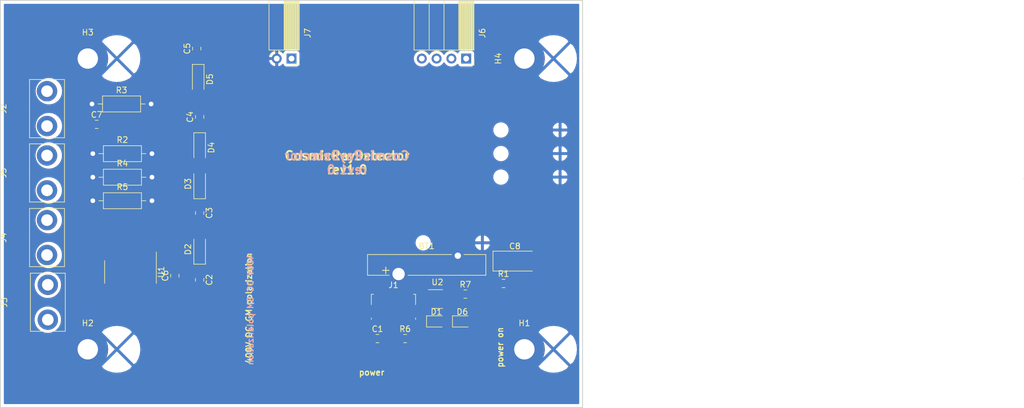
<source format=kicad_pcb>
(kicad_pcb (version 20171130) (host pcbnew "(5.1.2)-1")

  (general
    (thickness 1.6)
    (drawings 11)
    (tracks 0)
    (zones 0)
    (modules 35)
    (nets 16)
  )

  (page A4)
  (layers
    (0 F.Cu signal hide)
    (31 B.Cu signal)
    (32 B.Adhes user)
    (33 F.Adhes user)
    (34 B.Paste user)
    (35 F.Paste user)
    (36 B.SilkS user)
    (37 F.SilkS user)
    (38 B.Mask user)
    (39 F.Mask user)
    (40 Dwgs.User user)
    (41 Cmts.User user)
    (42 Eco1.User user hide)
    (43 Eco2.User user)
    (44 Edge.Cuts user)
    (45 Margin user)
    (46 B.CrtYd user hide)
    (47 F.CrtYd user hide)
    (48 B.Fab user hide)
    (49 F.Fab user hide)
  )

  (setup
    (last_trace_width 0.3048)
    (user_trace_width 0.254)
    (trace_clearance 0.254)
    (zone_clearance 0.508)
    (zone_45_only no)
    (trace_min 0.2)
    (via_size 1.3)
    (via_drill 0.6)
    (via_min_size 0.4)
    (via_min_drill 0.3)
    (user_via 1 0.5)
    (uvia_size 0.3)
    (uvia_drill 0.1)
    (uvias_allowed no)
    (uvia_min_size 0.2)
    (uvia_min_drill 0.1)
    (edge_width 0.15)
    (segment_width 0.2)
    (pcb_text_width 0.3)
    (pcb_text_size 1.5 1.5)
    (mod_edge_width 0.15)
    (mod_text_size 1 1)
    (mod_text_width 0.15)
    (pad_size 2.5 2.5)
    (pad_drill 1.5)
    (pad_to_mask_clearance 0.2)
    (aux_axis_origin 0 0)
    (visible_elements 7FFFFFFF)
    (pcbplotparams
      (layerselection 0x010fc_ffffffff)
      (usegerberextensions false)
      (usegerberattributes false)
      (usegerberadvancedattributes false)
      (creategerberjobfile false)
      (excludeedgelayer false)
      (linewidth 0.100000)
      (plotframeref false)
      (viasonmask false)
      (mode 1)
      (useauxorigin false)
      (hpglpennumber 1)
      (hpglpenspeed 20)
      (hpglpendiameter 15.000000)
      (psnegative false)
      (psa4output false)
      (plotreference true)
      (plotvalue true)
      (plotinvisibletext false)
      (padsonsilk false)
      (subtractmaskfromsilk false)
      (outputformat 1)
      (mirror false)
      (drillshape 0)
      (scaleselection 1)
      (outputdirectory ""))
  )

  (net 0 "")
  (net 1 GND)
  (net 2 "Net-(D1-Pad1)")
  (net 3 VCC_5V)
  (net 4 GM3)
  (net 5 GM2)
  (net 6 GM4)
  (net 7 GM1)
  (net 8 "Net-(C2-Pad1)")
  (net 9 "Net-(C3-Pad1)")
  (net 10 "Net-(C4-Pad1)")
  (net 11 "Net-(C5-Pad1)")
  (net 12 "Net-(BT1-Pad1)")
  (net 13 "Net-(D6-Pad1)")
  (net 14 "Net-(R6-Pad1)")
  (net 15 "Net-(R7-Pad2)")

  (net_class Default "This is the default net class."
    (clearance 0.254)
    (trace_width 0.3048)
    (via_dia 1.3)
    (via_drill 0.6)
    (uvia_dia 0.3)
    (uvia_drill 0.1)
    (add_net GM1)
    (add_net GM2)
    (add_net GM3)
    (add_net GM4)
    (add_net GND)
    (add_net "Net-(BT1-Pad1)")
    (add_net "Net-(C2-Pad1)")
    (add_net "Net-(C3-Pad1)")
    (add_net "Net-(C4-Pad1)")
    (add_net "Net-(C5-Pad1)")
    (add_net "Net-(D1-Pad1)")
    (add_net "Net-(D6-Pad1)")
    (add_net "Net-(J1-Pad2)")
    (add_net "Net-(J1-Pad3)")
    (add_net "Net-(J1-Pad4)")
    (add_net "Net-(R6-Pad1)")
    (add_net "Net-(R7-Pad2)")
    (add_net VCC_5V)
  )

  (net_class "high voltage" ""
    (clearance 2)
    (trace_width 0.3048)
    (via_dia 1.3)
    (via_drill 0.6)
    (uvia_dia 0.3)
    (uvia_drill 0.1)
  )

  (module Package_TO_SOT_SMD:SOT-23-5 (layer F.Cu) (tedit 5A02FF57) (tstamp 5D6FA47B)
    (at 95.062 71.356)
    (descr "5-pin SOT23 package")
    (tags SOT-23-5)
    (path /5D6F8E96/5D6FC098)
    (attr smd)
    (fp_text reference U2 (at 0 -2.9) (layer F.SilkS)
      (effects (font (size 1 1) (thickness 0.15)))
    )
    (fp_text value MCP73831-5-OT (at 0 2.9) (layer F.Fab)
      (effects (font (size 1 1) (thickness 0.15)))
    )
    (fp_line (start 0.9 -1.55) (end 0.9 1.55) (layer F.Fab) (width 0.1))
    (fp_line (start 0.9 1.55) (end -0.9 1.55) (layer F.Fab) (width 0.1))
    (fp_line (start -0.9 -0.9) (end -0.9 1.55) (layer F.Fab) (width 0.1))
    (fp_line (start 0.9 -1.55) (end -0.25 -1.55) (layer F.Fab) (width 0.1))
    (fp_line (start -0.9 -0.9) (end -0.25 -1.55) (layer F.Fab) (width 0.1))
    (fp_line (start -1.9 1.8) (end -1.9 -1.8) (layer F.CrtYd) (width 0.05))
    (fp_line (start 1.9 1.8) (end -1.9 1.8) (layer F.CrtYd) (width 0.05))
    (fp_line (start 1.9 -1.8) (end 1.9 1.8) (layer F.CrtYd) (width 0.05))
    (fp_line (start -1.9 -1.8) (end 1.9 -1.8) (layer F.CrtYd) (width 0.05))
    (fp_line (start 0.9 -1.61) (end -1.55 -1.61) (layer F.SilkS) (width 0.12))
    (fp_line (start -0.9 1.61) (end 0.9 1.61) (layer F.SilkS) (width 0.12))
    (fp_text user %R (at 0 0 90) (layer F.Fab)
      (effects (font (size 0.5 0.5) (thickness 0.075)))
    )
    (pad 5 smd rect (at 1.1 -0.95) (size 1.06 0.65) (layers F.Cu F.Paste F.Mask)
      (net 14 "Net-(R6-Pad1)"))
    (pad 4 smd rect (at 1.1 0.95) (size 1.06 0.65) (layers F.Cu F.Paste F.Mask)
      (net 3 VCC_5V))
    (pad 3 smd rect (at -1.1 0.95) (size 1.06 0.65) (layers F.Cu F.Paste F.Mask)
      (net 12 "Net-(BT1-Pad1)"))
    (pad 2 smd rect (at -1.1 0) (size 1.06 0.65) (layers F.Cu F.Paste F.Mask)
      (net 1 GND))
    (pad 1 smd rect (at -1.1 -0.95) (size 1.06 0.65) (layers F.Cu F.Paste F.Mask)
      (net 15 "Net-(R7-Pad2)"))
    (model ${KISYS3DMOD}/Package_TO_SOT_SMD.3dshapes/SOT-23-5.wrl
      (at (xyz 0 0 0))
      (scale (xyz 1 1 1))
      (rotate (xyz 0 0 0))
    )
  )

  (module Resistor_SMD:R_0805_2012Metric_Pad1.15x1.40mm_HandSolder (layer F.Cu) (tedit 5B36C52B) (tstamp 5D6FA428)
    (at 99.862 70.506)
    (descr "Resistor SMD 0805 (2012 Metric), square (rectangular) end terminal, IPC_7351 nominal with elongated pad for handsoldering. (Body size source: https://docs.google.com/spreadsheets/d/1BsfQQcO9C6DZCsRaXUlFlo91Tg2WpOkGARC1WS5S8t0/edit?usp=sharing), generated with kicad-footprint-generator")
    (tags "resistor handsolder")
    (path /5D6F8E96/5D6FCBD1)
    (attr smd)
    (fp_text reference R7 (at 0 -1.65) (layer F.SilkS)
      (effects (font (size 1 1) (thickness 0.15)))
    )
    (fp_text value 470R (at 0 1.65) (layer F.Fab)
      (effects (font (size 1 1) (thickness 0.15)))
    )
    (fp_text user %R (at 0 0) (layer F.Fab)
      (effects (font (size 0.5 0.5) (thickness 0.08)))
    )
    (fp_line (start 1.85 0.95) (end -1.85 0.95) (layer F.CrtYd) (width 0.05))
    (fp_line (start 1.85 -0.95) (end 1.85 0.95) (layer F.CrtYd) (width 0.05))
    (fp_line (start -1.85 -0.95) (end 1.85 -0.95) (layer F.CrtYd) (width 0.05))
    (fp_line (start -1.85 0.95) (end -1.85 -0.95) (layer F.CrtYd) (width 0.05))
    (fp_line (start -0.261252 0.71) (end 0.261252 0.71) (layer F.SilkS) (width 0.12))
    (fp_line (start -0.261252 -0.71) (end 0.261252 -0.71) (layer F.SilkS) (width 0.12))
    (fp_line (start 1 0.6) (end -1 0.6) (layer F.Fab) (width 0.1))
    (fp_line (start 1 -0.6) (end 1 0.6) (layer F.Fab) (width 0.1))
    (fp_line (start -1 -0.6) (end 1 -0.6) (layer F.Fab) (width 0.1))
    (fp_line (start -1 0.6) (end -1 -0.6) (layer F.Fab) (width 0.1))
    (pad 2 smd roundrect (at 1.025 0) (size 1.15 1.4) (layers F.Cu F.Paste F.Mask) (roundrect_rratio 0.217391)
      (net 15 "Net-(R7-Pad2)"))
    (pad 1 smd roundrect (at -1.025 0) (size 1.15 1.4) (layers F.Cu F.Paste F.Mask) (roundrect_rratio 0.217391)
      (net 13 "Net-(D6-Pad1)"))
    (model ${KISYS3DMOD}/Resistor_SMD.3dshapes/R_0805_2012Metric.wrl
      (at (xyz 0 0 0))
      (scale (xyz 1 1 1))
      (rotate (xyz 0 0 0))
    )
  )

  (module Resistor_SMD:R_0805_2012Metric_Pad1.15x1.40mm_HandSolder (layer F.Cu) (tedit 5B36C52B) (tstamp 5D6FA417)
    (at 89.512 78.156)
    (descr "Resistor SMD 0805 (2012 Metric), square (rectangular) end terminal, IPC_7351 nominal with elongated pad for handsoldering. (Body size source: https://docs.google.com/spreadsheets/d/1BsfQQcO9C6DZCsRaXUlFlo91Tg2WpOkGARC1WS5S8t0/edit?usp=sharing), generated with kicad-footprint-generator")
    (tags "resistor handsolder")
    (path /5D6F8E96/5D6FD25A)
    (attr smd)
    (fp_text reference R6 (at 0 -1.65) (layer F.SilkS)
      (effects (font (size 1 1) (thickness 0.15)))
    )
    (fp_text value 2k2 (at 0 1.65) (layer F.Fab)
      (effects (font (size 1 1) (thickness 0.15)))
    )
    (fp_text user %R (at 0 0) (layer F.Fab)
      (effects (font (size 0.5 0.5) (thickness 0.08)))
    )
    (fp_line (start 1.85 0.95) (end -1.85 0.95) (layer F.CrtYd) (width 0.05))
    (fp_line (start 1.85 -0.95) (end 1.85 0.95) (layer F.CrtYd) (width 0.05))
    (fp_line (start -1.85 -0.95) (end 1.85 -0.95) (layer F.CrtYd) (width 0.05))
    (fp_line (start -1.85 0.95) (end -1.85 -0.95) (layer F.CrtYd) (width 0.05))
    (fp_line (start -0.261252 0.71) (end 0.261252 0.71) (layer F.SilkS) (width 0.12))
    (fp_line (start -0.261252 -0.71) (end 0.261252 -0.71) (layer F.SilkS) (width 0.12))
    (fp_line (start 1 0.6) (end -1 0.6) (layer F.Fab) (width 0.1))
    (fp_line (start 1 -0.6) (end 1 0.6) (layer F.Fab) (width 0.1))
    (fp_line (start -1 -0.6) (end 1 -0.6) (layer F.Fab) (width 0.1))
    (fp_line (start -1 0.6) (end -1 -0.6) (layer F.Fab) (width 0.1))
    (pad 2 smd roundrect (at 1.025 0) (size 1.15 1.4) (layers F.Cu F.Paste F.Mask) (roundrect_rratio 0.217391)
      (net 1 GND))
    (pad 1 smd roundrect (at -1.025 0) (size 1.15 1.4) (layers F.Cu F.Paste F.Mask) (roundrect_rratio 0.217391)
      (net 14 "Net-(R6-Pad1)"))
    (model ${KISYS3DMOD}/Resistor_SMD.3dshapes/R_0805_2012Metric.wrl
      (at (xyz 0 0 0))
      (scale (xyz 1 1 1))
      (rotate (xyz 0 0 0))
    )
  )

  (module Resistor_SMD:R_0805_2012Metric_Pad1.15x1.40mm_HandSolder (layer F.Cu) (tedit 5B36C52B) (tstamp 5D6FA356)
    (at 106.422 68.676)
    (descr "Resistor SMD 0805 (2012 Metric), square (rectangular) end terminal, IPC_7351 nominal with elongated pad for handsoldering. (Body size source: https://docs.google.com/spreadsheets/d/1BsfQQcO9C6DZCsRaXUlFlo91Tg2WpOkGARC1WS5S8t0/edit?usp=sharing), generated with kicad-footprint-generator")
    (tags "resistor handsolder")
    (path /5D6F8E96/5D6FB775)
    (attr smd)
    (fp_text reference R1 (at 0 -1.65) (layer F.SilkS)
      (effects (font (size 1 1) (thickness 0.15)))
    )
    (fp_text value 520R (at 0 1.65) (layer F.Fab)
      (effects (font (size 1 1) (thickness 0.15)))
    )
    (fp_text user %R (at 0 0) (layer F.Fab)
      (effects (font (size 0.5 0.5) (thickness 0.08)))
    )
    (fp_line (start 1.85 0.95) (end -1.85 0.95) (layer F.CrtYd) (width 0.05))
    (fp_line (start 1.85 -0.95) (end 1.85 0.95) (layer F.CrtYd) (width 0.05))
    (fp_line (start -1.85 -0.95) (end 1.85 -0.95) (layer F.CrtYd) (width 0.05))
    (fp_line (start -1.85 0.95) (end -1.85 -0.95) (layer F.CrtYd) (width 0.05))
    (fp_line (start -0.261252 0.71) (end 0.261252 0.71) (layer F.SilkS) (width 0.12))
    (fp_line (start -0.261252 -0.71) (end 0.261252 -0.71) (layer F.SilkS) (width 0.12))
    (fp_line (start 1 0.6) (end -1 0.6) (layer F.Fab) (width 0.1))
    (fp_line (start 1 -0.6) (end 1 0.6) (layer F.Fab) (width 0.1))
    (fp_line (start -1 -0.6) (end 1 -0.6) (layer F.Fab) (width 0.1))
    (fp_line (start -1 0.6) (end -1 -0.6) (layer F.Fab) (width 0.1))
    (pad 2 smd roundrect (at 1.025 0) (size 1.15 1.4) (layers F.Cu F.Paste F.Mask) (roundrect_rratio 0.217391)
      (net 1 GND))
    (pad 1 smd roundrect (at -1.025 0) (size 1.15 1.4) (layers F.Cu F.Paste F.Mask) (roundrect_rratio 0.217391)
      (net 2 "Net-(D1-Pad1)"))
    (model ${KISYS3DMOD}/Resistor_SMD.3dshapes/R_0805_2012Metric.wrl
      (at (xyz 0 0 0))
      (scale (xyz 1 1 1))
      (rotate (xyz 0 0 0))
    )
  )

  (module Connector_USB:USB_Micro-B_Molex_47346-0001 (layer F.Cu) (tedit 5A1DC0BD) (tstamp 5D6FA1DD)
    (at 87.512 72.256)
    (descr "Micro USB B receptable with flange, bottom-mount, SMD, right-angle (http://www.molex.com/pdm_docs/sd/473460001_sd.pdf)")
    (tags "Micro B USB SMD")
    (path /5D6F8E96/5D6FB75D)
    (attr smd)
    (fp_text reference J1 (at 0 -3.3 180) (layer F.SilkS)
      (effects (font (size 1 1) (thickness 0.15)))
    )
    (fp_text value USB_B_Micro (at 0 4.6 180) (layer F.Fab)
      (effects (font (size 1 1) (thickness 0.15)))
    )
    (fp_line (start -3.25 2.65) (end 3.25 2.65) (layer F.Fab) (width 0.1))
    (fp_line (start -3.81 2.6) (end -3.81 2.34) (layer F.SilkS) (width 0.12))
    (fp_line (start -3.81 0.06) (end -3.81 -1.71) (layer F.SilkS) (width 0.12))
    (fp_line (start -3.81 -1.71) (end -3.43 -1.71) (layer F.SilkS) (width 0.12))
    (fp_line (start 3.81 -1.71) (end 3.81 0.06) (layer F.SilkS) (width 0.12))
    (fp_line (start 3.81 2.34) (end 3.81 2.6) (layer F.SilkS) (width 0.12))
    (fp_line (start -3.75 3.35) (end -3.75 -1.65) (layer F.Fab) (width 0.1))
    (fp_line (start -3.75 -1.65) (end 3.75 -1.65) (layer F.Fab) (width 0.1))
    (fp_line (start 3.75 -1.65) (end 3.75 3.35) (layer F.Fab) (width 0.1))
    (fp_line (start 3.75 3.35) (end -3.75 3.35) (layer F.Fab) (width 0.1))
    (fp_line (start -4.6 3.9) (end -4.6 -2.7) (layer F.CrtYd) (width 0.05))
    (fp_line (start -4.6 -2.7) (end 4.6 -2.7) (layer F.CrtYd) (width 0.05))
    (fp_line (start 4.6 -2.7) (end 4.6 3.9) (layer F.CrtYd) (width 0.05))
    (fp_line (start 4.6 3.9) (end -4.6 3.9) (layer F.CrtYd) (width 0.05))
    (fp_line (start 3.81 -1.71) (end 3.43 -1.71) (layer F.SilkS) (width 0.12))
    (fp_text user %R (at 0 1.2) (layer F.Fab)
      (effects (font (size 1 1) (thickness 0.15)))
    )
    (fp_text user "PCB Edge" (at 0 2.67 180) (layer Dwgs.User)
      (effects (font (size 0.4 0.4) (thickness 0.04)))
    )
    (pad 6 smd rect (at 0.84 1.2) (size 1.175 1.9) (layers F.Cu F.Paste F.Mask)
      (net 1 GND))
    (pad 6 smd rect (at -0.84 1.2) (size 1.175 1.9) (layers F.Cu F.Paste F.Mask)
      (net 1 GND))
    (pad 6 smd rect (at 2.91 1.2) (size 2.375 1.9) (layers F.Cu F.Paste F.Mask)
      (net 1 GND))
    (pad 6 smd rect (at -2.91 1.2) (size 2.375 1.9) (layers F.Cu F.Paste F.Mask)
      (net 1 GND))
    (pad 6 smd rect (at 2.4625 -1.1) (size 1.475 2.1) (layers F.Cu F.Paste F.Mask)
      (net 1 GND))
    (pad 6 smd rect (at -2.4625 -1.1) (size 1.475 2.1) (layers F.Cu F.Paste F.Mask)
      (net 1 GND))
    (pad 5 smd rect (at 1.3 -1.46) (size 0.45 1.38) (layers F.Cu F.Paste F.Mask)
      (net 1 GND))
    (pad 4 smd rect (at 0.65 -1.46) (size 0.45 1.38) (layers F.Cu F.Paste F.Mask))
    (pad 3 smd rect (at 0 -1.46) (size 0.45 1.38) (layers F.Cu F.Paste F.Mask))
    (pad 2 smd rect (at -0.65 -1.46) (size 0.45 1.38) (layers F.Cu F.Paste F.Mask))
    (pad 1 smd rect (at -1.3 -1.46) (size 0.45 1.38) (layers F.Cu F.Paste F.Mask)
      (net 3 VCC_5V))
    (model ${KISYS3DMOD}/Connector_USB.3dshapes/USB_Micro-B_Molex_47346-0001.wrl
      (at (xyz 0 0 0))
      (scale (xyz 1 1 1))
      (rotate (xyz 0 0 0))
    )
  )

  (module LED_SMD:LED_0805_2012Metric (layer F.Cu) (tedit 5B36C52C) (tstamp 5D6FA185)
    (at 99.332 75.201)
    (descr "LED SMD 0805 (2012 Metric), square (rectangular) end terminal, IPC_7351 nominal, (Body size source: https://docs.google.com/spreadsheets/d/1BsfQQcO9C6DZCsRaXUlFlo91Tg2WpOkGARC1WS5S8t0/edit?usp=sharing), generated with kicad-footprint-generator")
    (tags diode)
    (path /5D6F8E96/5D6FCE7A)
    (attr smd)
    (fp_text reference D6 (at 0 -1.65) (layer F.SilkS)
      (effects (font (size 1 1) (thickness 0.15)))
    )
    (fp_text value red (at 0 1.65) (layer F.Fab)
      (effects (font (size 1 1) (thickness 0.15)))
    )
    (fp_text user %R (at 0 0) (layer F.Fab)
      (effects (font (size 0.5 0.5) (thickness 0.08)))
    )
    (fp_line (start 1.68 0.95) (end -1.68 0.95) (layer F.CrtYd) (width 0.05))
    (fp_line (start 1.68 -0.95) (end 1.68 0.95) (layer F.CrtYd) (width 0.05))
    (fp_line (start -1.68 -0.95) (end 1.68 -0.95) (layer F.CrtYd) (width 0.05))
    (fp_line (start -1.68 0.95) (end -1.68 -0.95) (layer F.CrtYd) (width 0.05))
    (fp_line (start -1.685 0.96) (end 1 0.96) (layer F.SilkS) (width 0.12))
    (fp_line (start -1.685 -0.96) (end -1.685 0.96) (layer F.SilkS) (width 0.12))
    (fp_line (start 1 -0.96) (end -1.685 -0.96) (layer F.SilkS) (width 0.12))
    (fp_line (start 1 0.6) (end 1 -0.6) (layer F.Fab) (width 0.1))
    (fp_line (start -1 0.6) (end 1 0.6) (layer F.Fab) (width 0.1))
    (fp_line (start -1 -0.3) (end -1 0.6) (layer F.Fab) (width 0.1))
    (fp_line (start -0.7 -0.6) (end -1 -0.3) (layer F.Fab) (width 0.1))
    (fp_line (start 1 -0.6) (end -0.7 -0.6) (layer F.Fab) (width 0.1))
    (pad 2 smd roundrect (at 0.9375 0) (size 0.975 1.4) (layers F.Cu F.Paste F.Mask) (roundrect_rratio 0.25)
      (net 3 VCC_5V))
    (pad 1 smd roundrect (at -0.9375 0) (size 0.975 1.4) (layers F.Cu F.Paste F.Mask) (roundrect_rratio 0.25)
      (net 13 "Net-(D6-Pad1)"))
    (model ${KISYS3DMOD}/LED_SMD.3dshapes/LED_0805_2012Metric.wrl
      (at (xyz 0 0 0))
      (scale (xyz 1 1 1))
      (rotate (xyz 0 0 0))
    )
  )

  (module LED_SMD:LED_0805_2012Metric (layer F.Cu) (tedit 5B36C52C) (tstamp 5D6FA0B2)
    (at 94.882 75.201)
    (descr "LED SMD 0805 (2012 Metric), square (rectangular) end terminal, IPC_7351 nominal, (Body size source: https://docs.google.com/spreadsheets/d/1BsfQQcO9C6DZCsRaXUlFlo91Tg2WpOkGARC1WS5S8t0/edit?usp=sharing), generated with kicad-footprint-generator")
    (tags diode)
    (path /5D6F8E96/5D6FB76F)
    (attr smd)
    (fp_text reference D1 (at 0 -1.65) (layer F.SilkS)
      (effects (font (size 1 1) (thickness 0.15)))
    )
    (fp_text value red (at 0 1.65) (layer F.Fab)
      (effects (font (size 1 1) (thickness 0.15)))
    )
    (fp_text user %R (at 0 0) (layer F.Fab)
      (effects (font (size 0.5 0.5) (thickness 0.08)))
    )
    (fp_line (start 1.68 0.95) (end -1.68 0.95) (layer F.CrtYd) (width 0.05))
    (fp_line (start 1.68 -0.95) (end 1.68 0.95) (layer F.CrtYd) (width 0.05))
    (fp_line (start -1.68 -0.95) (end 1.68 -0.95) (layer F.CrtYd) (width 0.05))
    (fp_line (start -1.68 0.95) (end -1.68 -0.95) (layer F.CrtYd) (width 0.05))
    (fp_line (start -1.685 0.96) (end 1 0.96) (layer F.SilkS) (width 0.12))
    (fp_line (start -1.685 -0.96) (end -1.685 0.96) (layer F.SilkS) (width 0.12))
    (fp_line (start 1 -0.96) (end -1.685 -0.96) (layer F.SilkS) (width 0.12))
    (fp_line (start 1 0.6) (end 1 -0.6) (layer F.Fab) (width 0.1))
    (fp_line (start -1 0.6) (end 1 0.6) (layer F.Fab) (width 0.1))
    (fp_line (start -1 -0.3) (end -1 0.6) (layer F.Fab) (width 0.1))
    (fp_line (start -0.7 -0.6) (end -1 -0.3) (layer F.Fab) (width 0.1))
    (fp_line (start 1 -0.6) (end -0.7 -0.6) (layer F.Fab) (width 0.1))
    (pad 2 smd roundrect (at 0.9375 0) (size 0.975 1.4) (layers F.Cu F.Paste F.Mask) (roundrect_rratio 0.25)
      (net 3 VCC_5V))
    (pad 1 smd roundrect (at -0.9375 0) (size 0.975 1.4) (layers F.Cu F.Paste F.Mask) (roundrect_rratio 0.25)
      (net 2 "Net-(D1-Pad1)"))
    (model ${KISYS3DMOD}/LED_SMD.3dshapes/LED_0805_2012Metric.wrl
      (at (xyz 0 0 0))
      (scale (xyz 1 1 1))
      (rotate (xyz 0 0 0))
    )
  )

  (module Capacitor_Tantalum_SMD:CP_EIA-6032-28_Kemet-C (layer F.Cu) (tedit 5B301BBE) (tstamp 5D6FA09F)
    (at 108.367 64.826)
    (descr "Tantalum Capacitor SMD Kemet-C (6032-28 Metric), IPC_7351 nominal, (Body size from: http://www.kemet.com/Lists/ProductCatalog/Attachments/253/KEM_TC101_STD.pdf), generated with kicad-footprint-generator")
    (tags "capacitor tantalum")
    (path /5D6F8E96/5D6FDD5C)
    (attr smd)
    (fp_text reference C8 (at 0 -2.55) (layer F.SilkS)
      (effects (font (size 1 1) (thickness 0.15)))
    )
    (fp_text value 10u (at 0 2.55) (layer F.Fab)
      (effects (font (size 1 1) (thickness 0.15)))
    )
    (fp_text user %R (at 0 0) (layer F.Fab)
      (effects (font (size 1 1) (thickness 0.15)))
    )
    (fp_line (start 3.75 1.85) (end -3.75 1.85) (layer F.CrtYd) (width 0.05))
    (fp_line (start 3.75 -1.85) (end 3.75 1.85) (layer F.CrtYd) (width 0.05))
    (fp_line (start -3.75 -1.85) (end 3.75 -1.85) (layer F.CrtYd) (width 0.05))
    (fp_line (start -3.75 1.85) (end -3.75 -1.85) (layer F.CrtYd) (width 0.05))
    (fp_line (start -3.76 1.71) (end 3 1.71) (layer F.SilkS) (width 0.12))
    (fp_line (start -3.76 -1.71) (end -3.76 1.71) (layer F.SilkS) (width 0.12))
    (fp_line (start 3 -1.71) (end -3.76 -1.71) (layer F.SilkS) (width 0.12))
    (fp_line (start 3 1.6) (end 3 -1.6) (layer F.Fab) (width 0.1))
    (fp_line (start -3 1.6) (end 3 1.6) (layer F.Fab) (width 0.1))
    (fp_line (start -3 -0.8) (end -3 1.6) (layer F.Fab) (width 0.1))
    (fp_line (start -2.2 -1.6) (end -3 -0.8) (layer F.Fab) (width 0.1))
    (fp_line (start 3 -1.6) (end -2.2 -1.6) (layer F.Fab) (width 0.1))
    (pad 2 smd roundrect (at 2.4625 0) (size 2.075 2.35) (layers F.Cu F.Paste F.Mask) (roundrect_rratio 0.120482)
      (net 1 GND))
    (pad 1 smd roundrect (at -2.4625 0) (size 2.075 2.35) (layers F.Cu F.Paste F.Mask) (roundrect_rratio 0.120482)
      (net 12 "Net-(BT1-Pad1)"))
    (model ${KISYS3DMOD}/Capacitor_Tantalum_SMD.3dshapes/CP_EIA-6032-28_Kemet-C.wrl
      (at (xyz 0 0 0))
      (scale (xyz 1 1 1))
      (rotate (xyz 0 0 0))
    )
  )

  (module Capacitor_SMD:C_0805_2012Metric_Pad1.15x1.40mm_HandSolder (layer F.Cu) (tedit 5B36C52B) (tstamp 5D6F9FCC)
    (at 84.762 78.156)
    (descr "Capacitor SMD 0805 (2012 Metric), square (rectangular) end terminal, IPC_7351 nominal with elongated pad for handsoldering. (Body size source: https://docs.google.com/spreadsheets/d/1BsfQQcO9C6DZCsRaXUlFlo91Tg2WpOkGARC1WS5S8t0/edit?usp=sharing), generated with kicad-footprint-generator")
    (tags "capacitor handsolder")
    (path /5D6F8E96/5D6FB757)
    (attr smd)
    (fp_text reference C1 (at 0 -1.65) (layer F.SilkS)
      (effects (font (size 1 1) (thickness 0.15)))
    )
    (fp_text value 100n (at 0 1.65) (layer F.Fab)
      (effects (font (size 1 1) (thickness 0.15)))
    )
    (fp_text user %R (at 0 0) (layer F.Fab)
      (effects (font (size 0.5 0.5) (thickness 0.08)))
    )
    (fp_line (start 1.85 0.95) (end -1.85 0.95) (layer F.CrtYd) (width 0.05))
    (fp_line (start 1.85 -0.95) (end 1.85 0.95) (layer F.CrtYd) (width 0.05))
    (fp_line (start -1.85 -0.95) (end 1.85 -0.95) (layer F.CrtYd) (width 0.05))
    (fp_line (start -1.85 0.95) (end -1.85 -0.95) (layer F.CrtYd) (width 0.05))
    (fp_line (start -0.261252 0.71) (end 0.261252 0.71) (layer F.SilkS) (width 0.12))
    (fp_line (start -0.261252 -0.71) (end 0.261252 -0.71) (layer F.SilkS) (width 0.12))
    (fp_line (start 1 0.6) (end -1 0.6) (layer F.Fab) (width 0.1))
    (fp_line (start 1 -0.6) (end 1 0.6) (layer F.Fab) (width 0.1))
    (fp_line (start -1 -0.6) (end 1 -0.6) (layer F.Fab) (width 0.1))
    (fp_line (start -1 0.6) (end -1 -0.6) (layer F.Fab) (width 0.1))
    (pad 2 smd roundrect (at 1.025 0) (size 1.15 1.4) (layers F.Cu F.Paste F.Mask) (roundrect_rratio 0.217391)
      (net 3 VCC_5V))
    (pad 1 smd roundrect (at -1.025 0) (size 1.15 1.4) (layers F.Cu F.Paste F.Mask) (roundrect_rratio 0.217391)
      (net 1 GND))
    (model ${KISYS3DMOD}/Capacitor_SMD.3dshapes/C_0805_2012Metric.wrl
      (at (xyz 0 0 0))
      (scale (xyz 1 1 1))
      (rotate (xyz 0 0 0))
    )
  )

  (module Battery:Battery_Panasonic_CR2025-V1AK_Vertical_CircularHoles (layer F.Cu) (tedit 5C857820) (tstamp 5D6F9FBB)
    (at 88.392 67.056)
    (descr "Panasonic CR-2025/V1AK battery, https://industrial.panasonic.com/cdbs/www-data/pdf2/AAA4000/AAA4000D140.pdf")
    (tags "battery CR-2025 coin cell vertical")
    (path /5D6F8E96/5D703A3C)
    (fp_text reference BT1 (at 4.825 -4.8) (layer F.SilkS)
      (effects (font (size 1 1) (thickness 0.15)))
    )
    (fp_text value Battery_Cell (at 4.825 2.3) (layer F.Fab)
      (effects (font (size 1 1) (thickness 0.15)))
    )
    (fp_text user + (at -2.2 -0.75) (layer F.SilkS)
      (effects (font (size 1.5 1.5) (thickness 0.15)))
    )
    (fp_line (start 15.13 -4.08) (end 15.13 1.45) (layer F.CrtYd) (width 0.05))
    (fp_line (start -5.48 -4.08) (end 15.13 -4.08) (layer F.CrtYd) (width 0.05))
    (fp_line (start -5.48 1.45) (end 15.13 1.45) (layer F.CrtYd) (width 0.05))
    (fp_line (start -5.48 -4.08) (end -5.48 1.45) (layer F.CrtYd) (width 0.05))
    (fp_line (start 1.61 0.21) (end 14.985 0.21) (layer F.SilkS) (width 0.12))
    (fp_line (start 14.985 -3.36) (end 14.985 0.21) (layer F.SilkS) (width 0.12))
    (fp_line (start 11.23 -3.36) (end 14.985 -3.36) (layer F.SilkS) (width 0.12))
    (fp_line (start -5.335 -3.36) (end 9.11 -3.36) (layer F.SilkS) (width 0.12))
    (fp_line (start -5.335 0.21) (end -1.61 0.21) (layer F.SilkS) (width 0.12))
    (fp_line (start -5.335 -3.36) (end -5.335 0.21) (layer F.SilkS) (width 0.12))
    (fp_line (start -5.225 0.1) (end 14.875 0.1) (layer F.Fab) (width 0.1))
    (fp_line (start -5.225 -3.25) (end -5.225 0.1) (layer F.Fab) (width 0.1))
    (fp_line (start 14.875 -3.25) (end 14.875 0.1) (layer F.Fab) (width 0.1))
    (fp_line (start -5.225 -3.25) (end 14.875 -3.25) (layer F.Fab) (width 0.1))
    (fp_text user %R (at 4.825 -2 180) (layer F.Fab)
      (effects (font (size 1 1) (thickness 0.15)))
    )
    (pad 2 thru_hole circle (at 10.17 -3.15) (size 1.6 1.6) (drill 1.09) (layers *.Cu *.Mask)
      (net 1 GND))
    (pad 1 thru_hole rect (at 0 0 90) (size 2.7 2.7) (drill 2.12) (layers *.Cu *.Mask)
      (net 12 "Net-(BT1-Pad1)"))
    (model ${KISYS3DMOD}/Battery.3dshapes/Battery_Panasonic_CR2025-V1AK_Vertical_CircularHoles.wrl
      (at (xyz 0 0 0))
      (scale (xyz 1 1 1))
      (rotate (xyz 0 0 0))
    )
  )

  (module Resistor_THT:R_Axial_DIN0207_L6.3mm_D2.5mm_P10.16mm_Horizontal (layer F.Cu) (tedit 5AE5139B) (tstamp 5D6E285D)
    (at 35.87 54.448)
    (descr "Resistor, Axial_DIN0207 series, Axial, Horizontal, pin pitch=10.16mm, 0.25W = 1/4W, length*diameter=6.3*2.5mm^2, http://cdn-reichelt.de/documents/datenblatt/B400/1_4W%23YAG.pdf")
    (tags "Resistor Axial_DIN0207 series Axial Horizontal pin pitch 10.16mm 0.25W = 1/4W length 6.3mm diameter 2.5mm")
    (path /5CEF836A/5D7232A7)
    (fp_text reference R5 (at 5.08 -2.37) (layer F.SilkS)
      (effects (font (size 1 1) (thickness 0.15)))
    )
    (fp_text value R (at 5.08 2.37) (layer F.Fab)
      (effects (font (size 1 1) (thickness 0.15)))
    )
    (fp_text user %R (at 5.08 0) (layer F.Fab)
      (effects (font (size 1 1) (thickness 0.15)))
    )
    (fp_line (start 11.21 -1.5) (end -1.05 -1.5) (layer F.CrtYd) (width 0.05))
    (fp_line (start 11.21 1.5) (end 11.21 -1.5) (layer F.CrtYd) (width 0.05))
    (fp_line (start -1.05 1.5) (end 11.21 1.5) (layer F.CrtYd) (width 0.05))
    (fp_line (start -1.05 -1.5) (end -1.05 1.5) (layer F.CrtYd) (width 0.05))
    (fp_line (start 9.12 0) (end 8.35 0) (layer F.SilkS) (width 0.12))
    (fp_line (start 1.04 0) (end 1.81 0) (layer F.SilkS) (width 0.12))
    (fp_line (start 8.35 -1.37) (end 1.81 -1.37) (layer F.SilkS) (width 0.12))
    (fp_line (start 8.35 1.37) (end 8.35 -1.37) (layer F.SilkS) (width 0.12))
    (fp_line (start 1.81 1.37) (end 8.35 1.37) (layer F.SilkS) (width 0.12))
    (fp_line (start 1.81 -1.37) (end 1.81 1.37) (layer F.SilkS) (width 0.12))
    (fp_line (start 10.16 0) (end 8.23 0) (layer F.Fab) (width 0.1))
    (fp_line (start 0 0) (end 1.93 0) (layer F.Fab) (width 0.1))
    (fp_line (start 8.23 -1.25) (end 1.93 -1.25) (layer F.Fab) (width 0.1))
    (fp_line (start 8.23 1.25) (end 8.23 -1.25) (layer F.Fab) (width 0.1))
    (fp_line (start 1.93 1.25) (end 8.23 1.25) (layer F.Fab) (width 0.1))
    (fp_line (start 1.93 -1.25) (end 1.93 1.25) (layer F.Fab) (width 0.1))
    (pad 2 thru_hole oval (at 10.16 0) (size 1.6 1.6) (drill 0.8) (layers *.Cu *.Mask)
      (net 1 GND))
    (pad 1 thru_hole circle (at 0 0) (size 1.6 1.6) (drill 0.8) (layers *.Cu *.Mask)
      (net 11 "Net-(C5-Pad1)"))
    (model ${KISYS3DMOD}/Resistor_THT.3dshapes/R_Axial_DIN0207_L6.3mm_D2.5mm_P10.16mm_Horizontal.wrl
      (at (xyz 0 0 0))
      (scale (xyz 1 1 1))
      (rotate (xyz 0 0 0))
    )
  )

  (module Resistor_THT:R_Axial_DIN0207_L6.3mm_D2.5mm_P10.16mm_Horizontal (layer F.Cu) (tedit 5AE5139B) (tstamp 5D6E2846)
    (at 35.87 50.398)
    (descr "Resistor, Axial_DIN0207 series, Axial, Horizontal, pin pitch=10.16mm, 0.25W = 1/4W, length*diameter=6.3*2.5mm^2, http://cdn-reichelt.de/documents/datenblatt/B400/1_4W%23YAG.pdf")
    (tags "Resistor Axial_DIN0207 series Axial Horizontal pin pitch 10.16mm 0.25W = 1/4W length 6.3mm diameter 2.5mm")
    (path /5CEF836A/5D729074)
    (fp_text reference R4 (at 5.08 -2.37) (layer F.SilkS)
      (effects (font (size 1 1) (thickness 0.15)))
    )
    (fp_text value R (at 5.08 2.37) (layer F.Fab)
      (effects (font (size 1 1) (thickness 0.15)))
    )
    (fp_text user %R (at 5.08 0) (layer F.Fab)
      (effects (font (size 1 1) (thickness 0.15)))
    )
    (fp_line (start 11.21 -1.5) (end -1.05 -1.5) (layer F.CrtYd) (width 0.05))
    (fp_line (start 11.21 1.5) (end 11.21 -1.5) (layer F.CrtYd) (width 0.05))
    (fp_line (start -1.05 1.5) (end 11.21 1.5) (layer F.CrtYd) (width 0.05))
    (fp_line (start -1.05 -1.5) (end -1.05 1.5) (layer F.CrtYd) (width 0.05))
    (fp_line (start 9.12 0) (end 8.35 0) (layer F.SilkS) (width 0.12))
    (fp_line (start 1.04 0) (end 1.81 0) (layer F.SilkS) (width 0.12))
    (fp_line (start 8.35 -1.37) (end 1.81 -1.37) (layer F.SilkS) (width 0.12))
    (fp_line (start 8.35 1.37) (end 8.35 -1.37) (layer F.SilkS) (width 0.12))
    (fp_line (start 1.81 1.37) (end 8.35 1.37) (layer F.SilkS) (width 0.12))
    (fp_line (start 1.81 -1.37) (end 1.81 1.37) (layer F.SilkS) (width 0.12))
    (fp_line (start 10.16 0) (end 8.23 0) (layer F.Fab) (width 0.1))
    (fp_line (start 0 0) (end 1.93 0) (layer F.Fab) (width 0.1))
    (fp_line (start 8.23 -1.25) (end 1.93 -1.25) (layer F.Fab) (width 0.1))
    (fp_line (start 8.23 1.25) (end 8.23 -1.25) (layer F.Fab) (width 0.1))
    (fp_line (start 1.93 1.25) (end 8.23 1.25) (layer F.Fab) (width 0.1))
    (fp_line (start 1.93 -1.25) (end 1.93 1.25) (layer F.Fab) (width 0.1))
    (pad 2 thru_hole oval (at 10.16 0) (size 1.6 1.6) (drill 0.8) (layers *.Cu *.Mask)
      (net 1 GND))
    (pad 1 thru_hole circle (at 0 0) (size 1.6 1.6) (drill 0.8) (layers *.Cu *.Mask)
      (net 10 "Net-(C4-Pad1)"))
    (model ${KISYS3DMOD}/Resistor_THT.3dshapes/R_Axial_DIN0207_L6.3mm_D2.5mm_P10.16mm_Horizontal.wrl
      (at (xyz 0 0 0))
      (scale (xyz 1 1 1))
      (rotate (xyz 0 0 0))
    )
  )

  (module Resistor_THT:R_Axial_DIN0207_L6.3mm_D2.5mm_P10.16mm_Horizontal (layer F.Cu) (tedit 5AE5139B) (tstamp 5D6E282F)
    (at 35.728 37.808)
    (descr "Resistor, Axial_DIN0207 series, Axial, Horizontal, pin pitch=10.16mm, 0.25W = 1/4W, length*diameter=6.3*2.5mm^2, http://cdn-reichelt.de/documents/datenblatt/B400/1_4W%23YAG.pdf")
    (tags "Resistor Axial_DIN0207 series Axial Horizontal pin pitch 10.16mm 0.25W = 1/4W length 6.3mm diameter 2.5mm")
    (path /5CEF836A/5D7188A4)
    (fp_text reference R3 (at 5.08 -2.37) (layer F.SilkS)
      (effects (font (size 1 1) (thickness 0.15)))
    )
    (fp_text value R (at 5.08 2.37) (layer F.Fab)
      (effects (font (size 1 1) (thickness 0.15)))
    )
    (fp_text user %R (at 5.08 0) (layer F.Fab)
      (effects (font (size 1 1) (thickness 0.15)))
    )
    (fp_line (start 11.21 -1.5) (end -1.05 -1.5) (layer F.CrtYd) (width 0.05))
    (fp_line (start 11.21 1.5) (end 11.21 -1.5) (layer F.CrtYd) (width 0.05))
    (fp_line (start -1.05 1.5) (end 11.21 1.5) (layer F.CrtYd) (width 0.05))
    (fp_line (start -1.05 -1.5) (end -1.05 1.5) (layer F.CrtYd) (width 0.05))
    (fp_line (start 9.12 0) (end 8.35 0) (layer F.SilkS) (width 0.12))
    (fp_line (start 1.04 0) (end 1.81 0) (layer F.SilkS) (width 0.12))
    (fp_line (start 8.35 -1.37) (end 1.81 -1.37) (layer F.SilkS) (width 0.12))
    (fp_line (start 8.35 1.37) (end 8.35 -1.37) (layer F.SilkS) (width 0.12))
    (fp_line (start 1.81 1.37) (end 8.35 1.37) (layer F.SilkS) (width 0.12))
    (fp_line (start 1.81 -1.37) (end 1.81 1.37) (layer F.SilkS) (width 0.12))
    (fp_line (start 10.16 0) (end 8.23 0) (layer F.Fab) (width 0.1))
    (fp_line (start 0 0) (end 1.93 0) (layer F.Fab) (width 0.1))
    (fp_line (start 8.23 -1.25) (end 1.93 -1.25) (layer F.Fab) (width 0.1))
    (fp_line (start 8.23 1.25) (end 8.23 -1.25) (layer F.Fab) (width 0.1))
    (fp_line (start 1.93 1.25) (end 8.23 1.25) (layer F.Fab) (width 0.1))
    (fp_line (start 1.93 -1.25) (end 1.93 1.25) (layer F.Fab) (width 0.1))
    (pad 2 thru_hole oval (at 10.16 0) (size 1.6 1.6) (drill 0.8) (layers *.Cu *.Mask)
      (net 1 GND))
    (pad 1 thru_hole circle (at 0 0) (size 1.6 1.6) (drill 0.8) (layers *.Cu *.Mask)
      (net 9 "Net-(C3-Pad1)"))
    (model ${KISYS3DMOD}/Resistor_THT.3dshapes/R_Axial_DIN0207_L6.3mm_D2.5mm_P10.16mm_Horizontal.wrl
      (at (xyz 0 0 0))
      (scale (xyz 1 1 1))
      (rotate (xyz 0 0 0))
    )
  )

  (module Resistor_THT:R_Axial_DIN0207_L6.3mm_D2.5mm_P10.16mm_Horizontal (layer F.Cu) (tedit 5AE5139B) (tstamp 5D6E2818)
    (at 35.87 46.348)
    (descr "Resistor, Axial_DIN0207 series, Axial, Horizontal, pin pitch=10.16mm, 0.25W = 1/4W, length*diameter=6.3*2.5mm^2, http://cdn-reichelt.de/documents/datenblatt/B400/1_4W%23YAG.pdf")
    (tags "Resistor Axial_DIN0207 series Axial Horizontal pin pitch 10.16mm 0.25W = 1/4W length 6.3mm diameter 2.5mm")
    (path /5CEF836A/5D725BC3)
    (fp_text reference R2 (at 5.08 -2.37) (layer F.SilkS)
      (effects (font (size 1 1) (thickness 0.15)))
    )
    (fp_text value R (at 5.08 2.37) (layer F.Fab)
      (effects (font (size 1 1) (thickness 0.15)))
    )
    (fp_text user %R (at 5.08 0) (layer F.Fab)
      (effects (font (size 1 1) (thickness 0.15)))
    )
    (fp_line (start 11.21 -1.5) (end -1.05 -1.5) (layer F.CrtYd) (width 0.05))
    (fp_line (start 11.21 1.5) (end 11.21 -1.5) (layer F.CrtYd) (width 0.05))
    (fp_line (start -1.05 1.5) (end 11.21 1.5) (layer F.CrtYd) (width 0.05))
    (fp_line (start -1.05 -1.5) (end -1.05 1.5) (layer F.CrtYd) (width 0.05))
    (fp_line (start 9.12 0) (end 8.35 0) (layer F.SilkS) (width 0.12))
    (fp_line (start 1.04 0) (end 1.81 0) (layer F.SilkS) (width 0.12))
    (fp_line (start 8.35 -1.37) (end 1.81 -1.37) (layer F.SilkS) (width 0.12))
    (fp_line (start 8.35 1.37) (end 8.35 -1.37) (layer F.SilkS) (width 0.12))
    (fp_line (start 1.81 1.37) (end 8.35 1.37) (layer F.SilkS) (width 0.12))
    (fp_line (start 1.81 -1.37) (end 1.81 1.37) (layer F.SilkS) (width 0.12))
    (fp_line (start 10.16 0) (end 8.23 0) (layer F.Fab) (width 0.1))
    (fp_line (start 0 0) (end 1.93 0) (layer F.Fab) (width 0.1))
    (fp_line (start 8.23 -1.25) (end 1.93 -1.25) (layer F.Fab) (width 0.1))
    (fp_line (start 8.23 1.25) (end 8.23 -1.25) (layer F.Fab) (width 0.1))
    (fp_line (start 1.93 1.25) (end 8.23 1.25) (layer F.Fab) (width 0.1))
    (fp_line (start 1.93 -1.25) (end 1.93 1.25) (layer F.Fab) (width 0.1))
    (pad 2 thru_hole oval (at 10.16 0) (size 1.6 1.6) (drill 0.8) (layers *.Cu *.Mask)
      (net 1 GND))
    (pad 1 thru_hole circle (at 0 0) (size 1.6 1.6) (drill 0.8) (layers *.Cu *.Mask)
      (net 8 "Net-(C2-Pad1)"))
    (model ${KISYS3DMOD}/Resistor_THT.3dshapes/R_Axial_DIN0207_L6.3mm_D2.5mm_P10.16mm_Horizontal.wrl
      (at (xyz 0 0 0))
      (scale (xyz 1 1 1))
      (rotate (xyz 0 0 0))
    )
  )

  (module CosmicRayDetector:GeigerTube (layer F.Cu) (tedit 5CEA9F37) (tstamp 5D6E27E1)
    (at 20 49.665 90)
    (path /5CEF836A/5D785B6F)
    (fp_text reference J5 (at 0 0.5 90) (layer F.SilkS)
      (effects (font (size 1 1) (thickness 0.15)))
    )
    (fp_text value Conn_01x01_Female (at 0 -0.5 90) (layer F.Fab)
      (effects (font (size 1 1) (thickness 0.15)))
    )
    (fp_line (start -5 11) (end -5 5) (layer F.SilkS) (width 0.12))
    (fp_line (start 5 11) (end -5 11) (layer F.SilkS) (width 0.12))
    (fp_line (start 5 10) (end 5 11) (layer F.SilkS) (width 0.12))
    (fp_line (start 5 9) (end 5 10) (layer F.SilkS) (width 0.12))
    (fp_line (start 5 8) (end 5 9) (layer F.SilkS) (width 0.12))
    (fp_line (start 5 7) (end 5 8) (layer F.SilkS) (width 0.12))
    (fp_line (start 5 6) (end 5 7) (layer F.SilkS) (width 0.12))
    (fp_line (start 5 5) (end 5 6) (layer F.SilkS) (width 0.12))
    (fp_line (start -5 5) (end 0 5) (layer F.SilkS) (width 0.12))
    (fp_line (start 0 5) (end 5 5) (layer F.SilkS) (width 0.12))
    (pad 1 thru_hole circle (at -3 8 90) (size 3.5 3.5) (drill 2) (layers *.Cu *.Mask)
      (net 11 "Net-(C5-Pad1)"))
    (pad 1 thru_hole circle (at 3 8 90) (size 3.5 3.5) (drill 2) (layers *.Cu *.Mask)
      (net 11 "Net-(C5-Pad1)"))
  )

  (module CosmicRayDetector:GeigerTube (layer F.Cu) (tedit 5CEA9F37) (tstamp 5D6E27D1)
    (at 20 60.785 90)
    (path /5CEF836A/5D7856EC)
    (fp_text reference J4 (at 0 0.5 90) (layer F.SilkS)
      (effects (font (size 1 1) (thickness 0.15)))
    )
    (fp_text value Conn_01x01_Female (at 0 -0.5 90) (layer F.Fab)
      (effects (font (size 1 1) (thickness 0.15)))
    )
    (fp_line (start -5 11) (end -5 5) (layer F.SilkS) (width 0.12))
    (fp_line (start 5 11) (end -5 11) (layer F.SilkS) (width 0.12))
    (fp_line (start 5 10) (end 5 11) (layer F.SilkS) (width 0.12))
    (fp_line (start 5 9) (end 5 10) (layer F.SilkS) (width 0.12))
    (fp_line (start 5 8) (end 5 9) (layer F.SilkS) (width 0.12))
    (fp_line (start 5 7) (end 5 8) (layer F.SilkS) (width 0.12))
    (fp_line (start 5 6) (end 5 7) (layer F.SilkS) (width 0.12))
    (fp_line (start 5 5) (end 5 6) (layer F.SilkS) (width 0.12))
    (fp_line (start -5 5) (end 0 5) (layer F.SilkS) (width 0.12))
    (fp_line (start 0 5) (end 5 5) (layer F.SilkS) (width 0.12))
    (pad 1 thru_hole circle (at -3 8 90) (size 3.5 3.5) (drill 2) (layers *.Cu *.Mask)
      (net 10 "Net-(C4-Pad1)"))
    (pad 1 thru_hole circle (at 3 8 90) (size 3.5 3.5) (drill 2) (layers *.Cu *.Mask)
      (net 10 "Net-(C4-Pad1)"))
  )

  (module CosmicRayDetector:GeigerTube (layer F.Cu) (tedit 5CEA9F37) (tstamp 5D6E27C1)
    (at 20.138999 71.905 90)
    (path /5CEF836A/5D784FE7)
    (fp_text reference J3 (at 0 0.5 90) (layer F.SilkS)
      (effects (font (size 1 1) (thickness 0.15)))
    )
    (fp_text value Conn_01x01_Female (at 0 -0.5 90) (layer F.Fab)
      (effects (font (size 1 1) (thickness 0.15)))
    )
    (fp_line (start -5 11) (end -5 5) (layer F.SilkS) (width 0.12))
    (fp_line (start 5 11) (end -5 11) (layer F.SilkS) (width 0.12))
    (fp_line (start 5 10) (end 5 11) (layer F.SilkS) (width 0.12))
    (fp_line (start 5 9) (end 5 10) (layer F.SilkS) (width 0.12))
    (fp_line (start 5 8) (end 5 9) (layer F.SilkS) (width 0.12))
    (fp_line (start 5 7) (end 5 8) (layer F.SilkS) (width 0.12))
    (fp_line (start 5 6) (end 5 7) (layer F.SilkS) (width 0.12))
    (fp_line (start 5 5) (end 5 6) (layer F.SilkS) (width 0.12))
    (fp_line (start -5 5) (end 0 5) (layer F.SilkS) (width 0.12))
    (fp_line (start 0 5) (end 5 5) (layer F.SilkS) (width 0.12))
    (pad 1 thru_hole circle (at -3 8 90) (size 3.5 3.5) (drill 2) (layers *.Cu *.Mask)
      (net 9 "Net-(C3-Pad1)"))
    (pad 1 thru_hole circle (at 3 8 90) (size 3.5 3.5) (drill 2) (layers *.Cu *.Mask)
      (net 9 "Net-(C3-Pad1)"))
  )

  (module Connector_PinSocket_2.54mm:PinSocket_1x02_P2.54mm_Horizontal (layer F.Cu) (tedit 5A19A41B) (tstamp 5D6E27B1)
    (at 70 30 270)
    (descr "Through hole angled socket strip, 1x02, 2.54mm pitch, 8.51mm socket length, single row (from Kicad 4.0.7), script generated")
    (tags "Through hole angled socket strip THT 1x02 2.54mm single row")
    (path /5CEF836A/5D7899A4)
    (fp_text reference J7 (at -4.38 -2.77 90) (layer F.SilkS)
      (effects (font (size 1 1) (thickness 0.15)))
    )
    (fp_text value Conn_01x02 (at -4.38 5.31 90) (layer F.Fab)
      (effects (font (size 1 1) (thickness 0.15)))
    )
    (fp_text user %R (at -5.775 1.27 90) (layer F.Fab)
      (effects (font (size 1 1) (thickness 0.15)))
    )
    (fp_line (start 1.75 4.35) (end 1.75 -1.75) (layer F.CrtYd) (width 0.05))
    (fp_line (start -10.55 4.35) (end 1.75 4.35) (layer F.CrtYd) (width 0.05))
    (fp_line (start -10.55 -1.75) (end -10.55 4.35) (layer F.CrtYd) (width 0.05))
    (fp_line (start 1.75 -1.75) (end -10.55 -1.75) (layer F.CrtYd) (width 0.05))
    (fp_line (start 0 -1.33) (end 1.11 -1.33) (layer F.SilkS) (width 0.12))
    (fp_line (start 1.11 -1.33) (end 1.11 0) (layer F.SilkS) (width 0.12))
    (fp_line (start -10.09 -1.33) (end -10.09 3.87) (layer F.SilkS) (width 0.12))
    (fp_line (start -10.09 3.87) (end -1.46 3.87) (layer F.SilkS) (width 0.12))
    (fp_line (start -1.46 -1.33) (end -1.46 3.87) (layer F.SilkS) (width 0.12))
    (fp_line (start -10.09 -1.33) (end -1.46 -1.33) (layer F.SilkS) (width 0.12))
    (fp_line (start -10.09 1.27) (end -1.46 1.27) (layer F.SilkS) (width 0.12))
    (fp_line (start -1.46 2.9) (end -1.05 2.9) (layer F.SilkS) (width 0.12))
    (fp_line (start -1.46 2.18) (end -1.05 2.18) (layer F.SilkS) (width 0.12))
    (fp_line (start -1.46 0.36) (end -1.11 0.36) (layer F.SilkS) (width 0.12))
    (fp_line (start -1.46 -0.36) (end -1.11 -0.36) (layer F.SilkS) (width 0.12))
    (fp_line (start -10.09 1.1519) (end -1.46 1.1519) (layer F.SilkS) (width 0.12))
    (fp_line (start -10.09 1.033805) (end -1.46 1.033805) (layer F.SilkS) (width 0.12))
    (fp_line (start -10.09 0.91571) (end -1.46 0.91571) (layer F.SilkS) (width 0.12))
    (fp_line (start -10.09 0.797615) (end -1.46 0.797615) (layer F.SilkS) (width 0.12))
    (fp_line (start -10.09 0.67952) (end -1.46 0.67952) (layer F.SilkS) (width 0.12))
    (fp_line (start -10.09 0.561425) (end -1.46 0.561425) (layer F.SilkS) (width 0.12))
    (fp_line (start -10.09 0.44333) (end -1.46 0.44333) (layer F.SilkS) (width 0.12))
    (fp_line (start -10.09 0.325235) (end -1.46 0.325235) (layer F.SilkS) (width 0.12))
    (fp_line (start -10.09 0.20714) (end -1.46 0.20714) (layer F.SilkS) (width 0.12))
    (fp_line (start -10.09 0.089045) (end -1.46 0.089045) (layer F.SilkS) (width 0.12))
    (fp_line (start -10.09 -0.02905) (end -1.46 -0.02905) (layer F.SilkS) (width 0.12))
    (fp_line (start -10.09 -0.147145) (end -1.46 -0.147145) (layer F.SilkS) (width 0.12))
    (fp_line (start -10.09 -0.26524) (end -1.46 -0.26524) (layer F.SilkS) (width 0.12))
    (fp_line (start -10.09 -0.383335) (end -1.46 -0.383335) (layer F.SilkS) (width 0.12))
    (fp_line (start -10.09 -0.50143) (end -1.46 -0.50143) (layer F.SilkS) (width 0.12))
    (fp_line (start -10.09 -0.619525) (end -1.46 -0.619525) (layer F.SilkS) (width 0.12))
    (fp_line (start -10.09 -0.73762) (end -1.46 -0.73762) (layer F.SilkS) (width 0.12))
    (fp_line (start -10.09 -0.855715) (end -1.46 -0.855715) (layer F.SilkS) (width 0.12))
    (fp_line (start -10.09 -0.97381) (end -1.46 -0.97381) (layer F.SilkS) (width 0.12))
    (fp_line (start -10.09 -1.091905) (end -1.46 -1.091905) (layer F.SilkS) (width 0.12))
    (fp_line (start -10.09 -1.21) (end -1.46 -1.21) (layer F.SilkS) (width 0.12))
    (fp_line (start 0 2.84) (end 0 2.24) (layer F.Fab) (width 0.1))
    (fp_line (start -1.52 2.84) (end 0 2.84) (layer F.Fab) (width 0.1))
    (fp_line (start 0 2.24) (end -1.52 2.24) (layer F.Fab) (width 0.1))
    (fp_line (start 0 0.3) (end 0 -0.3) (layer F.Fab) (width 0.1))
    (fp_line (start -1.52 0.3) (end 0 0.3) (layer F.Fab) (width 0.1))
    (fp_line (start 0 -0.3) (end -1.52 -0.3) (layer F.Fab) (width 0.1))
    (fp_line (start -10.03 3.81) (end -10.03 -1.27) (layer F.Fab) (width 0.1))
    (fp_line (start -1.52 3.81) (end -10.03 3.81) (layer F.Fab) (width 0.1))
    (fp_line (start -1.52 -0.3) (end -1.52 3.81) (layer F.Fab) (width 0.1))
    (fp_line (start -2.49 -1.27) (end -1.52 -0.3) (layer F.Fab) (width 0.1))
    (fp_line (start -10.03 -1.27) (end -2.49 -1.27) (layer F.Fab) (width 0.1))
    (pad 2 thru_hole oval (at 0 2.54 270) (size 1.7 1.7) (drill 1) (layers *.Cu *.Mask)
      (net 1 GND))
    (pad 1 thru_hole rect (at 0 0 270) (size 1.7 1.7) (drill 1) (layers *.Cu *.Mask)
      (net 3 VCC_5V))
    (model ${KISYS3DMOD}/Connector_PinSocket_2.54mm.3dshapes/PinSocket_1x02_P2.54mm_Horizontal.wrl
      (at (xyz 0 0 0))
      (scale (xyz 1 1 1))
      (rotate (xyz 0 0 0))
    )
  )

  (module CosmicRayDetector:GeigerTube (layer F.Cu) (tedit 5CEA9F37) (tstamp 5D6E277B)
    (at 20 38.608 90)
    (path /5CEF836A/5D78223D)
    (fp_text reference J2 (at 0 0.5 90) (layer F.SilkS)
      (effects (font (size 1 1) (thickness 0.15)))
    )
    (fp_text value Conn_01x01_Female (at 0 -0.5 90) (layer F.Fab)
      (effects (font (size 1 1) (thickness 0.15)))
    )
    (fp_line (start -5 11) (end -5 5) (layer F.SilkS) (width 0.12))
    (fp_line (start 5 11) (end -5 11) (layer F.SilkS) (width 0.12))
    (fp_line (start 5 10) (end 5 11) (layer F.SilkS) (width 0.12))
    (fp_line (start 5 9) (end 5 10) (layer F.SilkS) (width 0.12))
    (fp_line (start 5 8) (end 5 9) (layer F.SilkS) (width 0.12))
    (fp_line (start 5 7) (end 5 8) (layer F.SilkS) (width 0.12))
    (fp_line (start 5 6) (end 5 7) (layer F.SilkS) (width 0.12))
    (fp_line (start 5 5) (end 5 6) (layer F.SilkS) (width 0.12))
    (fp_line (start -5 5) (end 0 5) (layer F.SilkS) (width 0.12))
    (fp_line (start 0 5) (end 5 5) (layer F.SilkS) (width 0.12))
    (pad 1 thru_hole circle (at -3 8 90) (size 3.5 3.5) (drill 2) (layers *.Cu *.Mask)
      (net 8 "Net-(C2-Pad1)"))
    (pad 1 thru_hole circle (at 3 8 90) (size 3.5 3.5) (drill 2) (layers *.Cu *.Mask)
      (net 8 "Net-(C2-Pad1)"))
  )

  (module Connector_PinSocket_2.54mm:PinSocket_1x04_P2.54mm_Horizontal (layer F.Cu) (tedit 5A19A424) (tstamp 5D6E276B)
    (at 100 30 270)
    (descr "Through hole angled socket strip, 1x04, 2.54mm pitch, 8.51mm socket length, single row (from Kicad 4.0.7), script generated")
    (tags "Through hole angled socket strip THT 1x04 2.54mm single row")
    (path /5CEF836A/5D788AE1)
    (fp_text reference J6 (at -4.38 -2.77 90) (layer F.SilkS)
      (effects (font (size 1 1) (thickness 0.15)))
    )
    (fp_text value Conn_01x04 (at -4.38 10.39 90) (layer F.Fab)
      (effects (font (size 1 1) (thickness 0.15)))
    )
    (fp_text user %R (at -5.775 3.81) (layer F.Fab)
      (effects (font (size 1 1) (thickness 0.15)))
    )
    (fp_line (start 1.75 9.45) (end 1.75 -1.75) (layer F.CrtYd) (width 0.05))
    (fp_line (start -10.55 9.45) (end 1.75 9.45) (layer F.CrtYd) (width 0.05))
    (fp_line (start -10.55 -1.75) (end -10.55 9.45) (layer F.CrtYd) (width 0.05))
    (fp_line (start 1.75 -1.75) (end -10.55 -1.75) (layer F.CrtYd) (width 0.05))
    (fp_line (start 0 -1.33) (end 1.11 -1.33) (layer F.SilkS) (width 0.12))
    (fp_line (start 1.11 -1.33) (end 1.11 0) (layer F.SilkS) (width 0.12))
    (fp_line (start -10.09 -1.33) (end -10.09 8.95) (layer F.SilkS) (width 0.12))
    (fp_line (start -10.09 8.95) (end -1.46 8.95) (layer F.SilkS) (width 0.12))
    (fp_line (start -1.46 -1.33) (end -1.46 8.95) (layer F.SilkS) (width 0.12))
    (fp_line (start -10.09 -1.33) (end -1.46 -1.33) (layer F.SilkS) (width 0.12))
    (fp_line (start -10.09 6.35) (end -1.46 6.35) (layer F.SilkS) (width 0.12))
    (fp_line (start -10.09 3.81) (end -1.46 3.81) (layer F.SilkS) (width 0.12))
    (fp_line (start -10.09 1.27) (end -1.46 1.27) (layer F.SilkS) (width 0.12))
    (fp_line (start -1.46 7.98) (end -1.05 7.98) (layer F.SilkS) (width 0.12))
    (fp_line (start -1.46 7.26) (end -1.05 7.26) (layer F.SilkS) (width 0.12))
    (fp_line (start -1.46 5.44) (end -1.05 5.44) (layer F.SilkS) (width 0.12))
    (fp_line (start -1.46 4.72) (end -1.05 4.72) (layer F.SilkS) (width 0.12))
    (fp_line (start -1.46 2.9) (end -1.05 2.9) (layer F.SilkS) (width 0.12))
    (fp_line (start -1.46 2.18) (end -1.05 2.18) (layer F.SilkS) (width 0.12))
    (fp_line (start -1.46 0.36) (end -1.11 0.36) (layer F.SilkS) (width 0.12))
    (fp_line (start -1.46 -0.36) (end -1.11 -0.36) (layer F.SilkS) (width 0.12))
    (fp_line (start -10.09 1.1519) (end -1.46 1.1519) (layer F.SilkS) (width 0.12))
    (fp_line (start -10.09 1.033805) (end -1.46 1.033805) (layer F.SilkS) (width 0.12))
    (fp_line (start -10.09 0.91571) (end -1.46 0.91571) (layer F.SilkS) (width 0.12))
    (fp_line (start -10.09 0.797615) (end -1.46 0.797615) (layer F.SilkS) (width 0.12))
    (fp_line (start -10.09 0.67952) (end -1.46 0.67952) (layer F.SilkS) (width 0.12))
    (fp_line (start -10.09 0.561425) (end -1.46 0.561425) (layer F.SilkS) (width 0.12))
    (fp_line (start -10.09 0.44333) (end -1.46 0.44333) (layer F.SilkS) (width 0.12))
    (fp_line (start -10.09 0.325235) (end -1.46 0.325235) (layer F.SilkS) (width 0.12))
    (fp_line (start -10.09 0.20714) (end -1.46 0.20714) (layer F.SilkS) (width 0.12))
    (fp_line (start -10.09 0.089045) (end -1.46 0.089045) (layer F.SilkS) (width 0.12))
    (fp_line (start -10.09 -0.02905) (end -1.46 -0.02905) (layer F.SilkS) (width 0.12))
    (fp_line (start -10.09 -0.147145) (end -1.46 -0.147145) (layer F.SilkS) (width 0.12))
    (fp_line (start -10.09 -0.26524) (end -1.46 -0.26524) (layer F.SilkS) (width 0.12))
    (fp_line (start -10.09 -0.383335) (end -1.46 -0.383335) (layer F.SilkS) (width 0.12))
    (fp_line (start -10.09 -0.50143) (end -1.46 -0.50143) (layer F.SilkS) (width 0.12))
    (fp_line (start -10.09 -0.619525) (end -1.46 -0.619525) (layer F.SilkS) (width 0.12))
    (fp_line (start -10.09 -0.73762) (end -1.46 -0.73762) (layer F.SilkS) (width 0.12))
    (fp_line (start -10.09 -0.855715) (end -1.46 -0.855715) (layer F.SilkS) (width 0.12))
    (fp_line (start -10.09 -0.97381) (end -1.46 -0.97381) (layer F.SilkS) (width 0.12))
    (fp_line (start -10.09 -1.091905) (end -1.46 -1.091905) (layer F.SilkS) (width 0.12))
    (fp_line (start -10.09 -1.21) (end -1.46 -1.21) (layer F.SilkS) (width 0.12))
    (fp_line (start 0 7.92) (end 0 7.32) (layer F.Fab) (width 0.1))
    (fp_line (start -1.52 7.92) (end 0 7.92) (layer F.Fab) (width 0.1))
    (fp_line (start 0 7.32) (end -1.52 7.32) (layer F.Fab) (width 0.1))
    (fp_line (start 0 5.38) (end 0 4.78) (layer F.Fab) (width 0.1))
    (fp_line (start -1.52 5.38) (end 0 5.38) (layer F.Fab) (width 0.1))
    (fp_line (start 0 4.78) (end -1.52 4.78) (layer F.Fab) (width 0.1))
    (fp_line (start 0 2.84) (end 0 2.24) (layer F.Fab) (width 0.1))
    (fp_line (start -1.52 2.84) (end 0 2.84) (layer F.Fab) (width 0.1))
    (fp_line (start 0 2.24) (end -1.52 2.24) (layer F.Fab) (width 0.1))
    (fp_line (start 0 0.3) (end 0 -0.3) (layer F.Fab) (width 0.1))
    (fp_line (start -1.52 0.3) (end 0 0.3) (layer F.Fab) (width 0.1))
    (fp_line (start 0 -0.3) (end -1.52 -0.3) (layer F.Fab) (width 0.1))
    (fp_line (start -10.03 8.89) (end -10.03 -1.27) (layer F.Fab) (width 0.1))
    (fp_line (start -1.52 8.89) (end -10.03 8.89) (layer F.Fab) (width 0.1))
    (fp_line (start -1.52 -0.3) (end -1.52 8.89) (layer F.Fab) (width 0.1))
    (fp_line (start -2.49 -1.27) (end -1.52 -0.3) (layer F.Fab) (width 0.1))
    (fp_line (start -10.03 -1.27) (end -2.49 -1.27) (layer F.Fab) (width 0.1))
    (pad 4 thru_hole oval (at 0 7.62 270) (size 1.7 1.7) (drill 1) (layers *.Cu *.Mask)
      (net 6 GM4))
    (pad 3 thru_hole oval (at 0 5.08 270) (size 1.7 1.7) (drill 1) (layers *.Cu *.Mask)
      (net 4 GM3))
    (pad 2 thru_hole oval (at 0 2.54 270) (size 1.7 1.7) (drill 1) (layers *.Cu *.Mask)
      (net 5 GM2))
    (pad 1 thru_hole rect (at 0 0 270) (size 1.7 1.7) (drill 1) (layers *.Cu *.Mask)
      (net 7 GM1))
    (model ${KISYS3DMOD}/Connector_PinSocket_2.54mm.3dshapes/PinSocket_1x04_P2.54mm_Horizontal.wrl
      (at (xyz 0 0 0))
      (scale (xyz 1 1 1))
      (rotate (xyz 0 0 0))
    )
  )

  (module Capacitor_SMD:C_0805_2012Metric_Pad1.15x1.40mm_HandSolder (layer F.Cu) (tedit 5B36C52B) (tstamp 5D6E252D)
    (at 36.528 41.308)
    (descr "Capacitor SMD 0805 (2012 Metric), square (rectangular) end terminal, IPC_7351 nominal with elongated pad for handsoldering. (Body size source: https://docs.google.com/spreadsheets/d/1BsfQQcO9C6DZCsRaXUlFlo91Tg2WpOkGARC1WS5S8t0/edit?usp=sharing), generated with kicad-footprint-generator")
    (tags "capacitor handsolder")
    (path /5CEF836A/5D794025)
    (attr smd)
    (fp_text reference C7 (at 0 -1.65) (layer F.SilkS)
      (effects (font (size 1 1) (thickness 0.15)))
    )
    (fp_text value 100n (at 0 1.65) (layer F.Fab)
      (effects (font (size 1 1) (thickness 0.15)))
    )
    (fp_text user %R (at 0 0) (layer F.Fab)
      (effects (font (size 0.5 0.5) (thickness 0.08)))
    )
    (fp_line (start 1.85 0.95) (end -1.85 0.95) (layer F.CrtYd) (width 0.05))
    (fp_line (start 1.85 -0.95) (end 1.85 0.95) (layer F.CrtYd) (width 0.05))
    (fp_line (start -1.85 -0.95) (end 1.85 -0.95) (layer F.CrtYd) (width 0.05))
    (fp_line (start -1.85 0.95) (end -1.85 -0.95) (layer F.CrtYd) (width 0.05))
    (fp_line (start -0.261252 0.71) (end 0.261252 0.71) (layer F.SilkS) (width 0.12))
    (fp_line (start -0.261252 -0.71) (end 0.261252 -0.71) (layer F.SilkS) (width 0.12))
    (fp_line (start 1 0.6) (end -1 0.6) (layer F.Fab) (width 0.1))
    (fp_line (start 1 -0.6) (end 1 0.6) (layer F.Fab) (width 0.1))
    (fp_line (start -1 -0.6) (end 1 -0.6) (layer F.Fab) (width 0.1))
    (fp_line (start -1 0.6) (end -1 -0.6) (layer F.Fab) (width 0.1))
    (pad 2 smd roundrect (at 1.025 0) (size 1.15 1.4) (layers F.Cu F.Paste F.Mask) (roundrect_rratio 0.217391)
      (net 1 GND))
    (pad 1 smd roundrect (at -1.025 0) (size 1.15 1.4) (layers F.Cu F.Paste F.Mask) (roundrect_rratio 0.217391)
      (net 3 VCC_5V))
    (model ${KISYS3DMOD}/Capacitor_SMD.3dshapes/C_0805_2012Metric.wrl
      (at (xyz 0 0 0))
      (scale (xyz 1 1 1))
      (rotate (xyz 0 0 0))
    )
  )

  (module MountingHole:MountingHole_3.5mm_Pad locked (layer F.Cu) (tedit 56D1B4CB) (tstamp 5D6E2C08)
    (at 110 30 90)
    (descr "Mounting Hole 3.5mm")
    (tags "mounting hole 3.5mm")
    (path /5D20F6D5)
    (attr virtual)
    (fp_text reference H4 (at 0 -4.5 90) (layer F.SilkS)
      (effects (font (size 1 1) (thickness 0.15)))
    )
    (fp_text value MountingHole_Pad (at 0 4.5 90) (layer F.Fab)
      (effects (font (size 1 1) (thickness 0.15)))
    )
    (fp_circle (center 0 0) (end 3.75 0) (layer F.CrtYd) (width 0.05))
    (fp_circle (center 0 0) (end 3.5 0) (layer Cmts.User) (width 0.15))
    (fp_text user %R (at 0.3 0 90) (layer F.Fab)
      (effects (font (size 1 1) (thickness 0.15)))
    )
    (pad 1 thru_hole circle (at 0 0 90) (size 7 7) (drill 3.5) (layers *.Cu *.Mask)
      (net 1 GND))
  )

  (module Package_SO:SOIC-14_3.9x8.7mm_P1.27mm (layer F.Cu) (tedit 5C97300E) (tstamp 5CF60BD9)
    (at 42.337 66.708 270)
    (descr "SOIC, 14 Pin (JEDEC MS-012AB, https://www.analog.com/media/en/package-pcb-resources/package/pkg_pdf/soic_narrow-r/r_14.pdf), generated with kicad-footprint-generator ipc_gullwing_generator.py")
    (tags "SOIC SO")
    (path /5CEF836A/5E666598)
    (attr smd)
    (fp_text reference U1 (at 0 -5.28 90) (layer F.SilkS)
      (effects (font (size 1 1) (thickness 0.15)))
    )
    (fp_text value HEF4093B (at 0 5.28 90) (layer F.Fab)
      (effects (font (size 1 1) (thickness 0.15)))
    )
    (fp_text user %R (at 0 0 90) (layer F.Fab)
      (effects (font (size 0.98 0.98) (thickness 0.15)))
    )
    (fp_line (start 3.7 -4.58) (end -3.7 -4.58) (layer F.CrtYd) (width 0.05))
    (fp_line (start 3.7 4.58) (end 3.7 -4.58) (layer F.CrtYd) (width 0.05))
    (fp_line (start -3.7 4.58) (end 3.7 4.58) (layer F.CrtYd) (width 0.05))
    (fp_line (start -3.7 -4.58) (end -3.7 4.58) (layer F.CrtYd) (width 0.05))
    (fp_line (start -1.95 -3.35) (end -0.975 -4.325) (layer F.Fab) (width 0.1))
    (fp_line (start -1.95 4.325) (end -1.95 -3.35) (layer F.Fab) (width 0.1))
    (fp_line (start 1.95 4.325) (end -1.95 4.325) (layer F.Fab) (width 0.1))
    (fp_line (start 1.95 -4.325) (end 1.95 4.325) (layer F.Fab) (width 0.1))
    (fp_line (start -0.975 -4.325) (end 1.95 -4.325) (layer F.Fab) (width 0.1))
    (fp_line (start 0 -4.435) (end -3.45 -4.435) (layer F.SilkS) (width 0.12))
    (fp_line (start 0 -4.435) (end 1.95 -4.435) (layer F.SilkS) (width 0.12))
    (fp_line (start 0 4.435) (end -1.95 4.435) (layer F.SilkS) (width 0.12))
    (fp_line (start 0 4.435) (end 1.95 4.435) (layer F.SilkS) (width 0.12))
    (pad 14 smd roundrect (at 2.475 -3.81 270) (size 1.95 0.6) (layers F.Cu F.Paste F.Mask) (roundrect_rratio 0.25)
      (net 3 VCC_5V))
    (pad 13 smd roundrect (at 2.475 -2.54 270) (size 1.95 0.6) (layers F.Cu F.Paste F.Mask) (roundrect_rratio 0.25)
      (net 9 "Net-(C3-Pad1)"))
    (pad 12 smd roundrect (at 2.475 -1.27 270) (size 1.95 0.6) (layers F.Cu F.Paste F.Mask) (roundrect_rratio 0.25)
      (net 9 "Net-(C3-Pad1)"))
    (pad 11 smd roundrect (at 2.475 0 270) (size 1.95 0.6) (layers F.Cu F.Paste F.Mask) (roundrect_rratio 0.25)
      (net 5 GM2))
    (pad 10 smd roundrect (at 2.475 1.27 270) (size 1.95 0.6) (layers F.Cu F.Paste F.Mask) (roundrect_rratio 0.25)
      (net 7 GM1))
    (pad 9 smd roundrect (at 2.475 2.54 270) (size 1.95 0.6) (layers F.Cu F.Paste F.Mask) (roundrect_rratio 0.25)
      (net 8 "Net-(C2-Pad1)"))
    (pad 8 smd roundrect (at 2.475 3.81 270) (size 1.95 0.6) (layers F.Cu F.Paste F.Mask) (roundrect_rratio 0.25)
      (net 8 "Net-(C2-Pad1)"))
    (pad 7 smd roundrect (at -2.475 3.81 270) (size 1.95 0.6) (layers F.Cu F.Paste F.Mask) (roundrect_rratio 0.25)
      (net 1 GND))
    (pad 6 smd roundrect (at -2.475 2.54 270) (size 1.95 0.6) (layers F.Cu F.Paste F.Mask) (roundrect_rratio 0.25)
      (net 11 "Net-(C5-Pad1)"))
    (pad 5 smd roundrect (at -2.475 1.27 270) (size 1.95 0.6) (layers F.Cu F.Paste F.Mask) (roundrect_rratio 0.25)
      (net 11 "Net-(C5-Pad1)"))
    (pad 4 smd roundrect (at -2.475 0 270) (size 1.95 0.6) (layers F.Cu F.Paste F.Mask) (roundrect_rratio 0.25)
      (net 6 GM4))
    (pad 3 smd roundrect (at -2.475 -1.27 270) (size 1.95 0.6) (layers F.Cu F.Paste F.Mask) (roundrect_rratio 0.25)
      (net 4 GM3))
    (pad 2 smd roundrect (at -2.475 -2.54 270) (size 1.95 0.6) (layers F.Cu F.Paste F.Mask) (roundrect_rratio 0.25)
      (net 10 "Net-(C4-Pad1)"))
    (pad 1 smd roundrect (at -2.475 -3.81 270) (size 1.95 0.6) (layers F.Cu F.Paste F.Mask) (roundrect_rratio 0.25)
      (net 10 "Net-(C4-Pad1)"))
    (model ${KISYS3DMOD}/Package_SO.3dshapes/SOIC-14_3.9x8.7mm_P1.27mm.wrl
      (at (xyz 0 0 0))
      (scale (xyz 1 1 1))
      (rotate (xyz 0 0 0))
    )
  )

  (module Diode_SMD:D_MiniMELF (layer F.Cu) (tedit 5905D8F5) (tstamp 5CF242E3)
    (at 53.97 33.556 270)
    (descr "Diode Mini-MELF")
    (tags "Diode Mini-MELF")
    (path /5CEF836A/5CFFE60B)
    (attr smd)
    (fp_text reference D5 (at 0 -2 90) (layer F.SilkS)
      (effects (font (size 1 1) (thickness 0.15)))
    )
    (fp_text value D_Zener (at 0 1.75 90) (layer F.Fab)
      (effects (font (size 1 1) (thickness 0.15)))
    )
    (fp_line (start -2.65 1.1) (end -2.65 -1.1) (layer F.CrtYd) (width 0.05))
    (fp_line (start 2.65 1.1) (end -2.65 1.1) (layer F.CrtYd) (width 0.05))
    (fp_line (start 2.65 -1.1) (end 2.65 1.1) (layer F.CrtYd) (width 0.05))
    (fp_line (start -2.65 -1.1) (end 2.65 -1.1) (layer F.CrtYd) (width 0.05))
    (fp_line (start -0.75 0) (end -0.35 0) (layer F.Fab) (width 0.1))
    (fp_line (start -0.35 0) (end -0.35 -0.55) (layer F.Fab) (width 0.1))
    (fp_line (start -0.35 0) (end -0.35 0.55) (layer F.Fab) (width 0.1))
    (fp_line (start -0.35 0) (end 0.25 -0.4) (layer F.Fab) (width 0.1))
    (fp_line (start 0.25 -0.4) (end 0.25 0.4) (layer F.Fab) (width 0.1))
    (fp_line (start 0.25 0.4) (end -0.35 0) (layer F.Fab) (width 0.1))
    (fp_line (start 0.25 0) (end 0.75 0) (layer F.Fab) (width 0.1))
    (fp_line (start -1.65 -0.8) (end 1.65 -0.8) (layer F.Fab) (width 0.1))
    (fp_line (start -1.65 0.8) (end -1.65 -0.8) (layer F.Fab) (width 0.1))
    (fp_line (start 1.65 0.8) (end -1.65 0.8) (layer F.Fab) (width 0.1))
    (fp_line (start 1.65 -0.8) (end 1.65 0.8) (layer F.Fab) (width 0.1))
    (fp_line (start -2.55 1) (end 1.75 1) (layer F.SilkS) (width 0.12))
    (fp_line (start -2.55 -1) (end -2.55 1) (layer F.SilkS) (width 0.12))
    (fp_line (start 1.75 -1) (end -2.55 -1) (layer F.SilkS) (width 0.12))
    (fp_text user %R (at 0 -2 90) (layer F.Fab)
      (effects (font (size 1 1) (thickness 0.15)))
    )
    (pad 2 smd rect (at 1.75 0 270) (size 1.3 1.7) (layers F.Cu F.Paste F.Mask)
      (net 1 GND))
    (pad 1 smd rect (at -1.75 0 270) (size 1.3 1.7) (layers F.Cu F.Paste F.Mask)
      (net 11 "Net-(C5-Pad1)"))
    (model ${KISYS3DMOD}/Diode_SMD.3dshapes/D_MiniMELF.wrl
      (at (xyz 0 0 0))
      (scale (xyz 1 1 1))
      (rotate (xyz 0 0 0))
    )
  )

  (module Diode_SMD:D_MiniMELF (layer F.Cu) (tedit 5905D8F5) (tstamp 5CF242CA)
    (at 54.22 45.306 270)
    (descr "Diode Mini-MELF")
    (tags "Diode Mini-MELF")
    (path /5CEF836A/5CFFD5A1)
    (attr smd)
    (fp_text reference D4 (at 0 -2 90) (layer F.SilkS)
      (effects (font (size 1 1) (thickness 0.15)))
    )
    (fp_text value D_Zener (at 0 1.75 90) (layer F.Fab)
      (effects (font (size 1 1) (thickness 0.15)))
    )
    (fp_line (start -2.65 1.1) (end -2.65 -1.1) (layer F.CrtYd) (width 0.05))
    (fp_line (start 2.65 1.1) (end -2.65 1.1) (layer F.CrtYd) (width 0.05))
    (fp_line (start 2.65 -1.1) (end 2.65 1.1) (layer F.CrtYd) (width 0.05))
    (fp_line (start -2.65 -1.1) (end 2.65 -1.1) (layer F.CrtYd) (width 0.05))
    (fp_line (start -0.75 0) (end -0.35 0) (layer F.Fab) (width 0.1))
    (fp_line (start -0.35 0) (end -0.35 -0.55) (layer F.Fab) (width 0.1))
    (fp_line (start -0.35 0) (end -0.35 0.55) (layer F.Fab) (width 0.1))
    (fp_line (start -0.35 0) (end 0.25 -0.4) (layer F.Fab) (width 0.1))
    (fp_line (start 0.25 -0.4) (end 0.25 0.4) (layer F.Fab) (width 0.1))
    (fp_line (start 0.25 0.4) (end -0.35 0) (layer F.Fab) (width 0.1))
    (fp_line (start 0.25 0) (end 0.75 0) (layer F.Fab) (width 0.1))
    (fp_line (start -1.65 -0.8) (end 1.65 -0.8) (layer F.Fab) (width 0.1))
    (fp_line (start -1.65 0.8) (end -1.65 -0.8) (layer F.Fab) (width 0.1))
    (fp_line (start 1.65 0.8) (end -1.65 0.8) (layer F.Fab) (width 0.1))
    (fp_line (start 1.65 -0.8) (end 1.65 0.8) (layer F.Fab) (width 0.1))
    (fp_line (start -2.55 1) (end 1.75 1) (layer F.SilkS) (width 0.12))
    (fp_line (start -2.55 -1) (end -2.55 1) (layer F.SilkS) (width 0.12))
    (fp_line (start 1.75 -1) (end -2.55 -1) (layer F.SilkS) (width 0.12))
    (fp_text user %R (at 0 -2 90) (layer F.Fab)
      (effects (font (size 1 1) (thickness 0.15)))
    )
    (pad 2 smd rect (at 1.75 0 270) (size 1.3 1.7) (layers F.Cu F.Paste F.Mask)
      (net 1 GND))
    (pad 1 smd rect (at -1.75 0 270) (size 1.3 1.7) (layers F.Cu F.Paste F.Mask)
      (net 10 "Net-(C4-Pad1)"))
    (model ${KISYS3DMOD}/Diode_SMD.3dshapes/D_MiniMELF.wrl
      (at (xyz 0 0 0))
      (scale (xyz 1 1 1))
      (rotate (xyz 0 0 0))
    )
  )

  (module Diode_SMD:D_MiniMELF (layer F.Cu) (tedit 5905D8F5) (tstamp 5CF242B1)
    (at 54.22 51.556 90)
    (descr "Diode Mini-MELF")
    (tags "Diode Mini-MELF")
    (path /5CEF836A/5CFFDF7F)
    (attr smd)
    (fp_text reference D3 (at 0 -2 90) (layer F.SilkS)
      (effects (font (size 1 1) (thickness 0.15)))
    )
    (fp_text value D_Zener (at 0 1.75 90) (layer F.Fab)
      (effects (font (size 1 1) (thickness 0.15)))
    )
    (fp_line (start -2.65 1.1) (end -2.65 -1.1) (layer F.CrtYd) (width 0.05))
    (fp_line (start 2.65 1.1) (end -2.65 1.1) (layer F.CrtYd) (width 0.05))
    (fp_line (start 2.65 -1.1) (end 2.65 1.1) (layer F.CrtYd) (width 0.05))
    (fp_line (start -2.65 -1.1) (end 2.65 -1.1) (layer F.CrtYd) (width 0.05))
    (fp_line (start -0.75 0) (end -0.35 0) (layer F.Fab) (width 0.1))
    (fp_line (start -0.35 0) (end -0.35 -0.55) (layer F.Fab) (width 0.1))
    (fp_line (start -0.35 0) (end -0.35 0.55) (layer F.Fab) (width 0.1))
    (fp_line (start -0.35 0) (end 0.25 -0.4) (layer F.Fab) (width 0.1))
    (fp_line (start 0.25 -0.4) (end 0.25 0.4) (layer F.Fab) (width 0.1))
    (fp_line (start 0.25 0.4) (end -0.35 0) (layer F.Fab) (width 0.1))
    (fp_line (start 0.25 0) (end 0.75 0) (layer F.Fab) (width 0.1))
    (fp_line (start -1.65 -0.8) (end 1.65 -0.8) (layer F.Fab) (width 0.1))
    (fp_line (start -1.65 0.8) (end -1.65 -0.8) (layer F.Fab) (width 0.1))
    (fp_line (start 1.65 0.8) (end -1.65 0.8) (layer F.Fab) (width 0.1))
    (fp_line (start 1.65 -0.8) (end 1.65 0.8) (layer F.Fab) (width 0.1))
    (fp_line (start -2.55 1) (end 1.75 1) (layer F.SilkS) (width 0.12))
    (fp_line (start -2.55 -1) (end -2.55 1) (layer F.SilkS) (width 0.12))
    (fp_line (start 1.75 -1) (end -2.55 -1) (layer F.SilkS) (width 0.12))
    (fp_text user %R (at 0 -2 90) (layer F.Fab)
      (effects (font (size 1 1) (thickness 0.15)))
    )
    (pad 2 smd rect (at 1.75 0 90) (size 1.3 1.7) (layers F.Cu F.Paste F.Mask)
      (net 1 GND))
    (pad 1 smd rect (at -1.75 0 90) (size 1.3 1.7) (layers F.Cu F.Paste F.Mask)
      (net 9 "Net-(C3-Pad1)"))
    (model ${KISYS3DMOD}/Diode_SMD.3dshapes/D_MiniMELF.wrl
      (at (xyz 0 0 0))
      (scale (xyz 1 1 1))
      (rotate (xyz 0 0 0))
    )
  )

  (module Diode_SMD:D_MiniMELF (layer F.Cu) (tedit 5905D8F5) (tstamp 5CF24298)
    (at 54.22 62.806 90)
    (descr "Diode Mini-MELF")
    (tags "Diode Mini-MELF")
    (path /5CEF836A/5CFFC71B)
    (attr smd)
    (fp_text reference D2 (at 0 -2 90) (layer F.SilkS)
      (effects (font (size 1 1) (thickness 0.15)))
    )
    (fp_text value D_Zener (at 0 1.75 90) (layer F.Fab)
      (effects (font (size 1 1) (thickness 0.15)))
    )
    (fp_line (start -2.65 1.1) (end -2.65 -1.1) (layer F.CrtYd) (width 0.05))
    (fp_line (start 2.65 1.1) (end -2.65 1.1) (layer F.CrtYd) (width 0.05))
    (fp_line (start 2.65 -1.1) (end 2.65 1.1) (layer F.CrtYd) (width 0.05))
    (fp_line (start -2.65 -1.1) (end 2.65 -1.1) (layer F.CrtYd) (width 0.05))
    (fp_line (start -0.75 0) (end -0.35 0) (layer F.Fab) (width 0.1))
    (fp_line (start -0.35 0) (end -0.35 -0.55) (layer F.Fab) (width 0.1))
    (fp_line (start -0.35 0) (end -0.35 0.55) (layer F.Fab) (width 0.1))
    (fp_line (start -0.35 0) (end 0.25 -0.4) (layer F.Fab) (width 0.1))
    (fp_line (start 0.25 -0.4) (end 0.25 0.4) (layer F.Fab) (width 0.1))
    (fp_line (start 0.25 0.4) (end -0.35 0) (layer F.Fab) (width 0.1))
    (fp_line (start 0.25 0) (end 0.75 0) (layer F.Fab) (width 0.1))
    (fp_line (start -1.65 -0.8) (end 1.65 -0.8) (layer F.Fab) (width 0.1))
    (fp_line (start -1.65 0.8) (end -1.65 -0.8) (layer F.Fab) (width 0.1))
    (fp_line (start 1.65 0.8) (end -1.65 0.8) (layer F.Fab) (width 0.1))
    (fp_line (start 1.65 -0.8) (end 1.65 0.8) (layer F.Fab) (width 0.1))
    (fp_line (start -2.55 1) (end 1.75 1) (layer F.SilkS) (width 0.12))
    (fp_line (start -2.55 -1) (end -2.55 1) (layer F.SilkS) (width 0.12))
    (fp_line (start 1.75 -1) (end -2.55 -1) (layer F.SilkS) (width 0.12))
    (fp_text user %R (at 0 -2 90) (layer F.Fab)
      (effects (font (size 1 1) (thickness 0.15)))
    )
    (pad 2 smd rect (at 1.75 0 90) (size 1.3 1.7) (layers F.Cu F.Paste F.Mask)
      (net 1 GND))
    (pad 1 smd rect (at -1.75 0 90) (size 1.3 1.7) (layers F.Cu F.Paste F.Mask)
      (net 8 "Net-(C2-Pad1)"))
    (model ${KISYS3DMOD}/Diode_SMD.3dshapes/D_MiniMELF.wrl
      (at (xyz 0 0 0))
      (scale (xyz 1 1 1))
      (rotate (xyz 0 0 0))
    )
  )

  (module MountingHole:MountingHole_3.5mm_Pad (layer F.Cu) (tedit 56D1B4CB) (tstamp 5CEC66CB)
    (at 35 30)
    (descr "Mounting Hole 3.5mm")
    (tags "mounting hole 3.5mm")
    (path /5D20EDBD)
    (attr virtual)
    (fp_text reference H3 (at 0 -4.5) (layer F.SilkS)
      (effects (font (size 1 1) (thickness 0.15)))
    )
    (fp_text value MountingHole_Pad (at 0 4.5) (layer F.Fab)
      (effects (font (size 1 1) (thickness 0.15)))
    )
    (fp_circle (center 0 0) (end 3.75 0) (layer F.CrtYd) (width 0.05))
    (fp_circle (center 0 0) (end 3.5 0) (layer Cmts.User) (width 0.15))
    (fp_text user %R (at 0.3 0) (layer F.Fab)
      (effects (font (size 1 1) (thickness 0.15)))
    )
    (pad 1 thru_hole circle (at 0 0) (size 7 7) (drill 3.5) (layers *.Cu *.Mask)
      (net 1 GND))
  )

  (module MountingHole:MountingHole_3.5mm_Pad (layer F.Cu) (tedit 56D1B4CB) (tstamp 5CEC66C3)
    (at 35 80)
    (descr "Mounting Hole 3.5mm")
    (tags "mounting hole 3.5mm")
    (path /5D20F1DE)
    (attr virtual)
    (fp_text reference H2 (at 0 -4.5) (layer F.SilkS)
      (effects (font (size 1 1) (thickness 0.15)))
    )
    (fp_text value MountingHole_Pad (at 0 4.5) (layer F.Fab)
      (effects (font (size 1 1) (thickness 0.15)))
    )
    (fp_circle (center 0 0) (end 3.75 0) (layer F.CrtYd) (width 0.05))
    (fp_circle (center 0 0) (end 3.5 0) (layer Cmts.User) (width 0.15))
    (fp_text user %R (at 0.3 0) (layer F.Fab)
      (effects (font (size 1 1) (thickness 0.15)))
    )
    (pad 1 thru_hole circle (at 0 0) (size 7 7) (drill 3.5) (layers *.Cu *.Mask)
      (net 1 GND))
  )

  (module MountingHole:MountingHole_3.5mm_Pad (layer F.Cu) (tedit 56D1B4CB) (tstamp 5CEC66BB)
    (at 110 80)
    (descr "Mounting Hole 3.5mm")
    (tags "mounting hole 3.5mm")
    (path /5D20EA8C)
    (attr virtual)
    (fp_text reference H1 (at 0 -4.5) (layer F.SilkS)
      (effects (font (size 1 1) (thickness 0.15)))
    )
    (fp_text value MountingHole_Pad (at 0 4.5) (layer F.Fab)
      (effects (font (size 1 1) (thickness 0.15)))
    )
    (fp_circle (center 0 0) (end 3.75 0) (layer F.CrtYd) (width 0.05))
    (fp_circle (center 0 0) (end 3.5 0) (layer Cmts.User) (width 0.15))
    (fp_text user %R (at 0.3 0) (layer F.Fab)
      (effects (font (size 1 1) (thickness 0.15)))
    )
    (pad 1 thru_hole circle (at 0 0) (size 7 7) (drill 3.5) (layers *.Cu *.Mask)
      (net 1 GND))
  )

  (module Capacitor_SMD:C_0805_2012Metric_Pad1.15x1.40mm_HandSolder (layer F.Cu) (tedit 5B36C52B) (tstamp 5CF27EAA)
    (at 53.72 28.281 90)
    (descr "Capacitor SMD 0805 (2012 Metric), square (rectangular) end terminal, IPC_7351 nominal with elongated pad for handsoldering. (Body size source: https://docs.google.com/spreadsheets/d/1BsfQQcO9C6DZCsRaXUlFlo91Tg2WpOkGARC1WS5S8t0/edit?usp=sharing), generated with kicad-footprint-generator")
    (tags "capacitor handsolder")
    (path /5CEF836A/5CF43CC9)
    (attr smd)
    (fp_text reference C5 (at 0 -1.65 90) (layer F.SilkS)
      (effects (font (size 1 1) (thickness 0.15)))
    )
    (fp_text value C (at 0 1.65 90) (layer F.Fab)
      (effects (font (size 1 1) (thickness 0.15)))
    )
    (fp_text user %R (at 0 0 90) (layer F.Fab)
      (effects (font (size 0.5 0.5) (thickness 0.08)))
    )
    (fp_line (start 1.85 0.95) (end -1.85 0.95) (layer F.CrtYd) (width 0.05))
    (fp_line (start 1.85 -0.95) (end 1.85 0.95) (layer F.CrtYd) (width 0.05))
    (fp_line (start -1.85 -0.95) (end 1.85 -0.95) (layer F.CrtYd) (width 0.05))
    (fp_line (start -1.85 0.95) (end -1.85 -0.95) (layer F.CrtYd) (width 0.05))
    (fp_line (start -0.261252 0.71) (end 0.261252 0.71) (layer F.SilkS) (width 0.12))
    (fp_line (start -0.261252 -0.71) (end 0.261252 -0.71) (layer F.SilkS) (width 0.12))
    (fp_line (start 1 0.6) (end -1 0.6) (layer F.Fab) (width 0.1))
    (fp_line (start 1 -0.6) (end 1 0.6) (layer F.Fab) (width 0.1))
    (fp_line (start -1 -0.6) (end 1 -0.6) (layer F.Fab) (width 0.1))
    (fp_line (start -1 0.6) (end -1 -0.6) (layer F.Fab) (width 0.1))
    (pad 2 smd roundrect (at 1.025 0 90) (size 1.15 1.4) (layers F.Cu F.Paste F.Mask) (roundrect_rratio 0.217391)
      (net 1 GND))
    (pad 1 smd roundrect (at -1.025 0 90) (size 1.15 1.4) (layers F.Cu F.Paste F.Mask) (roundrect_rratio 0.217391)
      (net 11 "Net-(C5-Pad1)"))
    (model ${KISYS3DMOD}/Capacitor_SMD.3dshapes/C_0805_2012Metric.wrl
      (at (xyz 0 0 0))
      (scale (xyz 1 1 1))
      (rotate (xyz 0 0 0))
    )
  )

  (module Capacitor_SMD:C_0805_2012Metric_Pad1.15x1.40mm_HandSolder (layer F.Cu) (tedit 5B36C52B) (tstamp 5CF27E7A)
    (at 54.22 40.031 90)
    (descr "Capacitor SMD 0805 (2012 Metric), square (rectangular) end terminal, IPC_7351 nominal with elongated pad for handsoldering. (Body size source: https://docs.google.com/spreadsheets/d/1BsfQQcO9C6DZCsRaXUlFlo91Tg2WpOkGARC1WS5S8t0/edit?usp=sharing), generated with kicad-footprint-generator")
    (tags "capacitor handsolder")
    (path /5CEF836A/5CF2D4BE)
    (attr smd)
    (fp_text reference C4 (at 0 -1.65 90) (layer F.SilkS)
      (effects (font (size 1 1) (thickness 0.15)))
    )
    (fp_text value C (at 0 1.65 90) (layer F.Fab)
      (effects (font (size 1 1) (thickness 0.15)))
    )
    (fp_text user %R (at 0 0 90) (layer F.Fab)
      (effects (font (size 0.5 0.5) (thickness 0.08)))
    )
    (fp_line (start 1.85 0.95) (end -1.85 0.95) (layer F.CrtYd) (width 0.05))
    (fp_line (start 1.85 -0.95) (end 1.85 0.95) (layer F.CrtYd) (width 0.05))
    (fp_line (start -1.85 -0.95) (end 1.85 -0.95) (layer F.CrtYd) (width 0.05))
    (fp_line (start -1.85 0.95) (end -1.85 -0.95) (layer F.CrtYd) (width 0.05))
    (fp_line (start -0.261252 0.71) (end 0.261252 0.71) (layer F.SilkS) (width 0.12))
    (fp_line (start -0.261252 -0.71) (end 0.261252 -0.71) (layer F.SilkS) (width 0.12))
    (fp_line (start 1 0.6) (end -1 0.6) (layer F.Fab) (width 0.1))
    (fp_line (start 1 -0.6) (end 1 0.6) (layer F.Fab) (width 0.1))
    (fp_line (start -1 -0.6) (end 1 -0.6) (layer F.Fab) (width 0.1))
    (fp_line (start -1 0.6) (end -1 -0.6) (layer F.Fab) (width 0.1))
    (pad 2 smd roundrect (at 1.025 0 90) (size 1.15 1.4) (layers F.Cu F.Paste F.Mask) (roundrect_rratio 0.217391)
      (net 1 GND))
    (pad 1 smd roundrect (at -1.025 0 90) (size 1.15 1.4) (layers F.Cu F.Paste F.Mask) (roundrect_rratio 0.217391)
      (net 10 "Net-(C4-Pad1)"))
    (model ${KISYS3DMOD}/Capacitor_SMD.3dshapes/C_0805_2012Metric.wrl
      (at (xyz 0 0 0))
      (scale (xyz 1 1 1))
      (rotate (xyz 0 0 0))
    )
  )

  (module Capacitor_SMD:C_0805_2012Metric_Pad1.15x1.40mm_HandSolder (layer F.Cu) (tedit 5B36C52B) (tstamp 5CEAC7A9)
    (at 49.957 67.343 90)
    (descr "Capacitor SMD 0805 (2012 Metric), square (rectangular) end terminal, IPC_7351 nominal with elongated pad for handsoldering. (Body size source: https://docs.google.com/spreadsheets/d/1BsfQQcO9C6DZCsRaXUlFlo91Tg2WpOkGARC1WS5S8t0/edit?usp=sharing), generated with kicad-footprint-generator")
    (tags "capacitor handsolder")
    (path /5CEF836A/5CF08E0B)
    (attr smd)
    (fp_text reference C6 (at 0 -1.65 90) (layer F.SilkS)
      (effects (font (size 1 1) (thickness 0.15)))
    )
    (fp_text value C (at 0 1.65 90) (layer F.Fab)
      (effects (font (size 1 1) (thickness 0.15)))
    )
    (fp_text user %R (at 0 0 90) (layer F.Fab)
      (effects (font (size 0.5 0.5) (thickness 0.08)))
    )
    (fp_line (start 1.85 0.95) (end -1.85 0.95) (layer F.CrtYd) (width 0.05))
    (fp_line (start 1.85 -0.95) (end 1.85 0.95) (layer F.CrtYd) (width 0.05))
    (fp_line (start -1.85 -0.95) (end 1.85 -0.95) (layer F.CrtYd) (width 0.05))
    (fp_line (start -1.85 0.95) (end -1.85 -0.95) (layer F.CrtYd) (width 0.05))
    (fp_line (start -0.261252 0.71) (end 0.261252 0.71) (layer F.SilkS) (width 0.12))
    (fp_line (start -0.261252 -0.71) (end 0.261252 -0.71) (layer F.SilkS) (width 0.12))
    (fp_line (start 1 0.6) (end -1 0.6) (layer F.Fab) (width 0.1))
    (fp_line (start 1 -0.6) (end 1 0.6) (layer F.Fab) (width 0.1))
    (fp_line (start -1 -0.6) (end 1 -0.6) (layer F.Fab) (width 0.1))
    (fp_line (start -1 0.6) (end -1 -0.6) (layer F.Fab) (width 0.1))
    (pad 2 smd roundrect (at 1.025 0 90) (size 1.15 1.4) (layers F.Cu F.Paste F.Mask) (roundrect_rratio 0.217391)
      (net 1 GND))
    (pad 1 smd roundrect (at -1.025 0 90) (size 1.15 1.4) (layers F.Cu F.Paste F.Mask) (roundrect_rratio 0.217391)
      (net 3 VCC_5V))
    (model ${KISYS3DMOD}/Capacitor_SMD.3dshapes/C_0805_2012Metric.wrl
      (at (xyz 0 0 0))
      (scale (xyz 1 1 1))
      (rotate (xyz 0 0 0))
    )
  )

  (module Capacitor_SMD:C_0805_2012Metric_Pad1.15x1.40mm_HandSolder (layer F.Cu) (tedit 5B36C52B) (tstamp 5CF27E4A)
    (at 54.22 56.556 270)
    (descr "Capacitor SMD 0805 (2012 Metric), square (rectangular) end terminal, IPC_7351 nominal with elongated pad for handsoldering. (Body size source: https://docs.google.com/spreadsheets/d/1BsfQQcO9C6DZCsRaXUlFlo91Tg2WpOkGARC1WS5S8t0/edit?usp=sharing), generated with kicad-footprint-generator")
    (tags "capacitor handsolder")
    (path /5CEF836A/5CF1C4D1)
    (attr smd)
    (fp_text reference C3 (at 0 -1.65 90) (layer F.SilkS)
      (effects (font (size 1 1) (thickness 0.15)))
    )
    (fp_text value C (at 0 1.65 90) (layer F.Fab)
      (effects (font (size 1 1) (thickness 0.15)))
    )
    (fp_text user %R (at 0 0 90) (layer F.Fab)
      (effects (font (size 0.5 0.5) (thickness 0.08)))
    )
    (fp_line (start 1.85 0.95) (end -1.85 0.95) (layer F.CrtYd) (width 0.05))
    (fp_line (start 1.85 -0.95) (end 1.85 0.95) (layer F.CrtYd) (width 0.05))
    (fp_line (start -1.85 -0.95) (end 1.85 -0.95) (layer F.CrtYd) (width 0.05))
    (fp_line (start -1.85 0.95) (end -1.85 -0.95) (layer F.CrtYd) (width 0.05))
    (fp_line (start -0.261252 0.71) (end 0.261252 0.71) (layer F.SilkS) (width 0.12))
    (fp_line (start -0.261252 -0.71) (end 0.261252 -0.71) (layer F.SilkS) (width 0.12))
    (fp_line (start 1 0.6) (end -1 0.6) (layer F.Fab) (width 0.1))
    (fp_line (start 1 -0.6) (end 1 0.6) (layer F.Fab) (width 0.1))
    (fp_line (start -1 -0.6) (end 1 -0.6) (layer F.Fab) (width 0.1))
    (fp_line (start -1 0.6) (end -1 -0.6) (layer F.Fab) (width 0.1))
    (pad 2 smd roundrect (at 1.025 0 270) (size 1.15 1.4) (layers F.Cu F.Paste F.Mask) (roundrect_rratio 0.217391)
      (net 1 GND))
    (pad 1 smd roundrect (at -1.025 0 270) (size 1.15 1.4) (layers F.Cu F.Paste F.Mask) (roundrect_rratio 0.217391)
      (net 9 "Net-(C3-Pad1)"))
    (model ${KISYS3DMOD}/Capacitor_SMD.3dshapes/C_0805_2012Metric.wrl
      (at (xyz 0 0 0))
      (scale (xyz 1 1 1))
      (rotate (xyz 0 0 0))
    )
  )

  (module Capacitor_SMD:C_0805_2012Metric_Pad1.15x1.40mm_HandSolder (layer F.Cu) (tedit 5B36C52B) (tstamp 5CF27E1A)
    (at 54.22 68.056 270)
    (descr "Capacitor SMD 0805 (2012 Metric), square (rectangular) end terminal, IPC_7351 nominal with elongated pad for handsoldering. (Body size source: https://docs.google.com/spreadsheets/d/1BsfQQcO9C6DZCsRaXUlFlo91Tg2WpOkGARC1WS5S8t0/edit?usp=sharing), generated with kicad-footprint-generator")
    (tags "capacitor handsolder")
    (path /5CEF836A/5CF13FFC)
    (attr smd)
    (fp_text reference C2 (at 0 -1.65 90) (layer F.SilkS)
      (effects (font (size 1 1) (thickness 0.15)))
    )
    (fp_text value C (at 0 1.65 90) (layer F.Fab)
      (effects (font (size 1 1) (thickness 0.15)))
    )
    (fp_text user %R (at 0 0 90) (layer F.Fab)
      (effects (font (size 0.5 0.5) (thickness 0.08)))
    )
    (fp_line (start 1.85 0.95) (end -1.85 0.95) (layer F.CrtYd) (width 0.05))
    (fp_line (start 1.85 -0.95) (end 1.85 0.95) (layer F.CrtYd) (width 0.05))
    (fp_line (start -1.85 -0.95) (end 1.85 -0.95) (layer F.CrtYd) (width 0.05))
    (fp_line (start -1.85 0.95) (end -1.85 -0.95) (layer F.CrtYd) (width 0.05))
    (fp_line (start -0.261252 0.71) (end 0.261252 0.71) (layer F.SilkS) (width 0.12))
    (fp_line (start -0.261252 -0.71) (end 0.261252 -0.71) (layer F.SilkS) (width 0.12))
    (fp_line (start 1 0.6) (end -1 0.6) (layer F.Fab) (width 0.1))
    (fp_line (start 1 -0.6) (end 1 0.6) (layer F.Fab) (width 0.1))
    (fp_line (start -1 -0.6) (end 1 -0.6) (layer F.Fab) (width 0.1))
    (fp_line (start -1 0.6) (end -1 -0.6) (layer F.Fab) (width 0.1))
    (pad 2 smd roundrect (at 1.025 0 270) (size 1.15 1.4) (layers F.Cu F.Paste F.Mask) (roundrect_rratio 0.217391)
      (net 1 GND))
    (pad 1 smd roundrect (at -1.025 0 270) (size 1.15 1.4) (layers F.Cu F.Paste F.Mask) (roundrect_rratio 0.217391)
      (net 8 "Net-(C2-Pad1)"))
    (model ${KISYS3DMOD}/Capacitor_SMD.3dshapes/C_0805_2012Metric.wrl
      (at (xyz 0 0 0))
      (scale (xyz 1 1 1))
      (rotate (xyz 0 0 0))
    )
  )

  (gr_line (start 20 20) (end 20 90) (layer Edge.Cuts) (width 0.15) (tstamp 5D6E2719))
  (gr_line (start 120 20) (end 20 20) (layer Edge.Cuts) (width 0.15))
  (gr_line (start 120 90) (end 120 20) (layer Edge.Cuts) (width 0.15))
  (gr_line (start 20 90) (end 120 90) (layer Edge.Cuts) (width 0.15))
  (gr_text "400V DC GM polarization" (at 62.944 73.185 90) (layer B.SilkS) (tstamp 5CF5E3E0)
    (effects (font (size 1 1) (thickness 0.2)) (justify mirror))
  )
  (gr_text power (at 83.772 83.98) (layer F.SilkS) (tstamp 5CEE1881)
    (effects (font (size 1 1) (thickness 0.2)))
  )
  (gr_text "power on" (at 105.837 79.662 90) (layer F.SilkS) (tstamp 5CF740D1)
    (effects (font (size 1 1) (thickness 0.2)))
  )
  (gr_text "400V DC GM polarization" (at 62.69 72.931 90) (layer F.SilkS) (tstamp 5CEA1B6E)
    (effects (font (size 1 1) (thickness 0.2)))
  )
  (gr_text "CosmicRayDetector\nrev1.0" (at 79.548 47.912) (layer F.SilkS) (tstamp 5CEA740F)
    (effects (font (size 1.5 1.5) (thickness 0.3)))
  )
  (gr_line (start 195.756 50.656) (end 195.756 50.656) (layer Edge.Cuts) (width 0.15))
  (gr_text "CosmicRayDetector\nrev1.0" (at 79.548 47.912) (layer B.SilkS) (tstamp 5CEA740C)
    (effects (font (size 1.5 1.5) (thickness 0.3)) (justify mirror))
  )

  (zone (net 1) (net_name GND) (layer F.Cu) (tstamp 5CF7C15B) (hatch edge 0.508)
    (connect_pads (clearance 0.508))
    (min_thickness 0.254)
    (fill yes (arc_segments 32) (thermal_gap 0.508) (thermal_bridge_width 0.508))
    (polygon
      (pts
        (xy 20 100) (xy 20 170) (xy 120 170) (xy 120 100)
      )
    )
  )
  (zone (net 1) (net_name GND) (layer B.Cu) (tstamp 5CF68B9E) (hatch edge 0.508)
    (connect_pads (clearance 0.508))
    (min_thickness 0.254)
    (fill yes (arc_segments 32) (thermal_gap 0.508) (thermal_bridge_width 0.508))
    (polygon
      (pts
        (xy 20 20) (xy 20 90) (xy 120 90) (xy 120 20)
      )
    )
    (filled_polygon
      (pts
        (xy 119.29 89.29) (xy 20.71 89.29) (xy 20.71 82.914155) (xy 37.26545 82.914155) (xy 37.661634 83.43455)
        (xy 38.376612 83.824748) (xy 39.153976 84.067964) (xy 39.963853 84.154851) (xy 40.775118 84.082069) (xy 41.556597 83.852415)
        (xy 42.278256 83.474715) (xy 42.338366 83.43455) (xy 42.73455 82.914155) (xy 112.26545 82.914155) (xy 112.661634 83.43455)
        (xy 113.376612 83.824748) (xy 114.153976 84.067964) (xy 114.963853 84.154851) (xy 115.775118 84.082069) (xy 116.556597 83.852415)
        (xy 117.278256 83.474715) (xy 117.338366 83.43455) (xy 117.73455 82.914155) (xy 115 80.179605) (xy 112.26545 82.914155)
        (xy 42.73455 82.914155) (xy 40 80.179605) (xy 37.26545 82.914155) (xy 20.71 82.914155) (xy 20.71 79.963853)
        (xy 35.845149 79.963853) (xy 35.917931 80.775118) (xy 36.147585 81.556597) (xy 36.525285 82.278256) (xy 36.56545 82.338366)
        (xy 37.085845 82.73455) (xy 39.820395 80) (xy 40.179605 80) (xy 42.914155 82.73455) (xy 43.43455 82.338366)
        (xy 43.824748 81.623388) (xy 44.067964 80.846024) (xy 44.154851 80.036147) (xy 44.148366 79.963853) (xy 110.845149 79.963853)
        (xy 110.917931 80.775118) (xy 111.147585 81.556597) (xy 111.525285 82.278256) (xy 111.56545 82.338366) (xy 112.085845 82.73455)
        (xy 114.820395 80) (xy 115.179605 80) (xy 117.914155 82.73455) (xy 118.43455 82.338366) (xy 118.824748 81.623388)
        (xy 119.067964 80.846024) (xy 119.154851 80.036147) (xy 119.082069 79.224882) (xy 118.852415 78.443403) (xy 118.474715 77.721744)
        (xy 118.43455 77.661634) (xy 117.914155 77.26545) (xy 115.179605 80) (xy 114.820395 80) (xy 112.085845 77.26545)
        (xy 111.56545 77.661634) (xy 111.175252 78.376612) (xy 110.932036 79.153976) (xy 110.845149 79.963853) (xy 44.148366 79.963853)
        (xy 44.082069 79.224882) (xy 43.852415 78.443403) (xy 43.474715 77.721744) (xy 43.43455 77.661634) (xy 42.914155 77.26545)
        (xy 40.179605 80) (xy 39.820395 80) (xy 37.085845 77.26545) (xy 36.56545 77.661634) (xy 36.175252 78.376612)
        (xy 35.932036 79.153976) (xy 35.845149 79.963853) (xy 20.71 79.963853) (xy 20.71 74.670098) (xy 25.753999 74.670098)
        (xy 25.753999 75.139902) (xy 25.845653 75.600679) (xy 26.025439 76.034721) (xy 26.286449 76.425349) (xy 26.61865 76.75755)
        (xy 27.009278 77.01856) (xy 27.44332 77.198346) (xy 27.904097 77.29) (xy 28.373901 77.29) (xy 28.834678 77.198346)
        (xy 29.106279 77.085845) (xy 37.26545 77.085845) (xy 40 79.820395) (xy 42.73455 77.085845) (xy 112.26545 77.085845)
        (xy 115 79.820395) (xy 117.73455 77.085845) (xy 117.338366 76.56545) (xy 116.623388 76.175252) (xy 115.846024 75.932036)
        (xy 115.036147 75.845149) (xy 114.224882 75.917931) (xy 113.443403 76.147585) (xy 112.721744 76.525285) (xy 112.661634 76.56545)
        (xy 112.26545 77.085845) (xy 42.73455 77.085845) (xy 42.338366 76.56545) (xy 41.623388 76.175252) (xy 40.846024 75.932036)
        (xy 40.036147 75.845149) (xy 39.224882 75.917931) (xy 38.443403 76.147585) (xy 37.721744 76.525285) (xy 37.661634 76.56545)
        (xy 37.26545 77.085845) (xy 29.106279 77.085845) (xy 29.26872 77.01856) (xy 29.659348 76.75755) (xy 29.991549 76.425349)
        (xy 30.252559 76.034721) (xy 30.432345 75.600679) (xy 30.523999 75.139902) (xy 30.523999 74.670098) (xy 30.432345 74.209321)
        (xy 30.252559 73.775279) (xy 29.991549 73.384651) (xy 29.659348 73.05245) (xy 29.26872 72.79144) (xy 28.834678 72.611654)
        (xy 28.373901 72.52) (xy 27.904097 72.52) (xy 27.44332 72.611654) (xy 27.009278 72.79144) (xy 26.61865 73.05245)
        (xy 26.286449 73.384651) (xy 26.025439 73.775279) (xy 25.845653 74.209321) (xy 25.753999 74.670098) (xy 20.71 74.670098)
        (xy 20.71 68.670098) (xy 25.753999 68.670098) (xy 25.753999 69.139902) (xy 25.845653 69.600679) (xy 26.025439 70.034721)
        (xy 26.286449 70.425349) (xy 26.61865 70.75755) (xy 27.009278 71.01856) (xy 27.44332 71.198346) (xy 27.904097 71.29)
        (xy 28.373901 71.29) (xy 28.834678 71.198346) (xy 29.26872 71.01856) (xy 29.659348 70.75755) (xy 29.991549 70.425349)
        (xy 30.252559 70.034721) (xy 30.432345 69.600679) (xy 30.523999 69.139902) (xy 30.523999 68.670098) (xy 30.432345 68.209321)
        (xy 30.252559 67.775279) (xy 29.991549 67.384651) (xy 29.659348 67.05245) (xy 29.26872 66.79144) (xy 28.834678 66.611654)
        (xy 28.373901 66.52) (xy 27.904097 66.52) (xy 27.44332 66.611654) (xy 27.009278 66.79144) (xy 26.61865 67.05245)
        (xy 26.286449 67.384651) (xy 26.025439 67.775279) (xy 25.845653 68.209321) (xy 25.753999 68.670098) (xy 20.71 68.670098)
        (xy 20.71 63.550098) (xy 25.913999 63.550098) (xy 25.913999 64.019902) (xy 26.005653 64.480679) (xy 26.185439 64.914721)
        (xy 26.446449 65.305349) (xy 26.77865 65.63755) (xy 27.169278 65.89856) (xy 27.60332 66.078346) (xy 28.064097 66.17)
        (xy 28.533901 66.17) (xy 28.994678 66.078346) (xy 29.42872 65.89856) (xy 29.819348 65.63755) (xy 30.151549 65.305349)
        (xy 30.412559 64.914721) (xy 30.592345 64.480679) (xy 30.683999 64.019902) (xy 30.683999 63.550098) (xy 30.592345 63.089321)
        (xy 30.412559 62.655279) (xy 30.151549 62.264651) (xy 29.819348 61.93245) (xy 29.42872 61.67144) (xy 29.11783 61.542665)
        (xy 91.189 61.542665) (xy 91.189 61.825335) (xy 91.244147 62.102574) (xy 91.35232 62.363727) (xy 91.509363 62.598759)
        (xy 91.709241 62.798637) (xy 91.944273 62.95568) (xy 92.205426 63.063853) (xy 92.482665 63.119) (xy 92.765335 63.119)
        (xy 93.042574 63.063853) (xy 93.303727 62.95568) (xy 93.538759 62.798637) (xy 93.738637 62.598759) (xy 93.89568 62.363727)
        (xy 94.003853 62.102574) (xy 94.017684 62.033039) (xy 101.392096 62.033039) (xy 101.432754 62.167087) (xy 101.552963 62.42142)
        (xy 101.720481 62.647414) (xy 101.928869 62.836385) (xy 102.170119 62.98107) (xy 102.43496 63.075909) (xy 102.657 62.954624)
        (xy 102.657 61.811) (xy 102.911 61.811) (xy 102.911 62.954624) (xy 103.13304 63.075909) (xy 103.397881 62.98107)
        (xy 103.639131 62.836385) (xy 103.847519 62.647414) (xy 104.015037 62.42142) (xy 104.135246 62.167087) (xy 104.175904 62.033039)
        (xy 104.053915 61.811) (xy 102.911 61.811) (xy 102.657 61.811) (xy 101.514085 61.811) (xy 101.392096 62.033039)
        (xy 94.017684 62.033039) (xy 94.059 61.825335) (xy 94.059 61.542665) (xy 94.017685 61.334961) (xy 101.392096 61.334961)
        (xy 101.514085 61.557) (xy 102.657 61.557) (xy 102.657 60.413376) (xy 102.911 60.413376) (xy 102.911 61.557)
        (xy 104.053915 61.557) (xy 104.175904 61.334961) (xy 104.135246 61.200913) (xy 104.015037 60.94658) (xy 103.847519 60.720586)
        (xy 103.639131 60.531615) (xy 103.397881 60.38693) (xy 103.13304 60.292091) (xy 102.911 60.413376) (xy 102.657 60.413376)
        (xy 102.43496 60.292091) (xy 102.170119 60.38693) (xy 101.928869 60.531615) (xy 101.720481 60.720586) (xy 101.552963 60.94658)
        (xy 101.432754 61.200913) (xy 101.392096 61.334961) (xy 94.017685 61.334961) (xy 94.003853 61.265426) (xy 93.89568 61.004273)
        (xy 93.738637 60.769241) (xy 93.538759 60.569363) (xy 93.303727 60.41232) (xy 93.042574 60.304147) (xy 92.765335 60.249)
        (xy 92.482665 60.249) (xy 92.205426 60.304147) (xy 91.944273 60.41232) (xy 91.709241 60.569363) (xy 91.509363 60.769241)
        (xy 91.35232 61.004273) (xy 91.244147 61.265426) (xy 91.189 61.542665) (xy 29.11783 61.542665) (xy 28.994678 61.491654)
        (xy 28.533901 61.4) (xy 28.064097 61.4) (xy 27.60332 61.491654) (xy 27.169278 61.67144) (xy 26.77865 61.93245)
        (xy 26.446449 62.264651) (xy 26.185439 62.655279) (xy 26.005653 63.089321) (xy 25.913999 63.550098) (xy 20.71 63.550098)
        (xy 20.71 57.550098) (xy 25.913999 57.550098) (xy 25.913999 58.019902) (xy 26.005653 58.480679) (xy 26.185439 58.914721)
        (xy 26.446449 59.305349) (xy 26.77865 59.63755) (xy 27.169278 59.89856) (xy 27.60332 60.078346) (xy 28.064097 60.17)
        (xy 28.533901 60.17) (xy 28.994678 60.078346) (xy 29.42872 59.89856) (xy 29.819348 59.63755) (xy 30.151549 59.305349)
        (xy 30.412559 58.914721) (xy 30.592345 58.480679) (xy 30.683999 58.019902) (xy 30.683999 57.550098) (xy 30.592345 57.089321)
        (xy 30.412559 56.655279) (xy 30.151549 56.264651) (xy 29.819348 55.93245) (xy 29.42872 55.67144) (xy 28.994678 55.491654)
        (xy 28.533901 55.4) (xy 28.064097 55.4) (xy 27.60332 55.491654) (xy 27.169278 55.67144) (xy 26.77865 55.93245)
        (xy 26.446449 56.264651) (xy 26.185439 56.655279) (xy 26.005653 57.089321) (xy 25.913999 57.550098) (xy 20.71 57.550098)
        (xy 20.71 52.430098) (xy 25.913999 52.430098) (xy 25.913999 52.899902) (xy 26.005653 53.360679) (xy 26.185439 53.794721)
        (xy 26.446449 54.185349) (xy 26.77865 54.51755) (xy 27.169278 54.77856) (xy 27.60332 54.958346) (xy 28.064097 55.05)
        (xy 28.533901 55.05) (xy 28.994678 54.958346) (xy 29.42872 54.77856) (xy 29.819348 54.51755) (xy 30.151549 54.185349)
        (xy 30.412559 53.794721) (xy 30.592345 53.360679) (xy 30.683999 52.899902) (xy 30.683999 52.430098) (xy 30.592345 51.969321)
        (xy 30.412559 51.535279) (xy 30.151549 51.144651) (xy 29.819348 50.81245) (xy 29.42872 50.55144) (xy 28.994678 50.371654)
        (xy 28.533901 50.28) (xy 28.064097 50.28) (xy 27.60332 50.371654) (xy 27.169278 50.55144) (xy 26.77865 50.81245)
        (xy 26.446449 51.144651) (xy 26.185439 51.535279) (xy 26.005653 51.969321) (xy 25.913999 52.430098) (xy 20.71 52.430098)
        (xy 20.71 50.242665) (xy 104.539 50.242665) (xy 104.539 50.525335) (xy 104.594147 50.802574) (xy 104.70232 51.063727)
        (xy 104.859363 51.298759) (xy 105.059241 51.498637) (xy 105.294273 51.65568) (xy 105.555426 51.763853) (xy 105.832665 51.819)
        (xy 106.115335 51.819) (xy 106.392574 51.763853) (xy 106.653727 51.65568) (xy 106.888759 51.498637) (xy 107.088637 51.298759)
        (xy 107.24568 51.063727) (xy 107.353853 50.802574) (xy 107.367684 50.733039) (xy 114.742096 50.733039) (xy 114.782754 50.867087)
        (xy 114.902963 51.12142) (xy 115.070481 51.347414) (xy 115.278869 51.536385) (xy 115.520119 51.68107) (xy 115.78496 51.775909)
        (xy 116.007 51.654624) (xy 116.007 50.511) (xy 116.261 50.511) (xy 116.261 51.654624) (xy 116.48304 51.775909)
        (xy 116.747881 51.68107) (xy 116.989131 51.536385) (xy 117.197519 51.347414) (xy 117.365037 51.12142) (xy 117.485246 50.867087)
        (xy 117.525904 50.733039) (xy 117.403915 50.511) (xy 116.261 50.511) (xy 116.007 50.511) (xy 114.864085 50.511)
        (xy 114.742096 50.733039) (xy 107.367684 50.733039) (xy 107.409 50.525335) (xy 107.409 50.242665) (xy 107.367685 50.034961)
        (xy 114.742096 50.034961) (xy 114.864085 50.257) (xy 116.007 50.257) (xy 116.007 49.113376) (xy 116.261 49.113376)
        (xy 116.261 50.257) (xy 117.403915 50.257) (xy 117.525904 50.034961) (xy 117.485246 49.900913) (xy 117.365037 49.64658)
        (xy 117.197519 49.420586) (xy 116.989131 49.231615) (xy 116.747881 49.08693) (xy 116.48304 48.992091) (xy 116.261 49.113376)
        (xy 116.007 49.113376) (xy 115.78496 48.992091) (xy 115.520119 49.08693) (xy 115.278869 49.231615) (xy 115.070481 49.420586)
        (xy 114.902963 49.64658) (xy 114.782754 49.900913) (xy 114.742096 50.034961) (xy 107.367685 50.034961) (xy 107.353853 49.965426)
        (xy 107.24568 49.704273) (xy 107.088637 49.469241) (xy 106.888759 49.269363) (xy 106.653727 49.11232) (xy 106.392574 49.004147)
        (xy 106.115335 48.949) (xy 105.832665 48.949) (xy 105.555426 49.004147) (xy 105.294273 49.11232) (xy 105.059241 49.269363)
        (xy 104.859363 49.469241) (xy 104.70232 49.704273) (xy 104.594147 49.965426) (xy 104.539 50.242665) (xy 20.71 50.242665)
        (xy 20.71 46.430098) (xy 25.913999 46.430098) (xy 25.913999 46.899902) (xy 26.005653 47.360679) (xy 26.185439 47.794721)
        (xy 26.446449 48.185349) (xy 26.77865 48.51755) (xy 27.169278 48.77856) (xy 27.60332 48.958346) (xy 28.064097 49.05)
        (xy 28.533901 49.05) (xy 28.994678 48.958346) (xy 29.42872 48.77856) (xy 29.819348 48.51755) (xy 30.151549 48.185349)
        (xy 30.412559 47.794721) (xy 30.592345 47.360679) (xy 30.683999 46.899902) (xy 30.683999 46.430098) (xy 30.636771 46.192665)
        (xy 104.539 46.192665) (xy 104.539 46.475335) (xy 104.594147 46.752574) (xy 104.70232 47.013727) (xy 104.859363 47.248759)
        (xy 105.059241 47.448637) (xy 105.294273 47.60568) (xy 105.555426 47.713853) (xy 105.832665 47.769) (xy 106.115335 47.769)
        (xy 106.392574 47.713853) (xy 106.653727 47.60568) (xy 106.888759 47.448637) (xy 107.088637 47.248759) (xy 107.24568 47.013727)
        (xy 107.353853 46.752574) (xy 107.367684 46.683039) (xy 114.742096 46.683039) (xy 114.782754 46.817087) (xy 114.902963 47.07142)
        (xy 115.070481 47.297414) (xy 115.278869 47.486385) (xy 115.520119 47.63107) (xy 115.78496 47.725909) (xy 116.007 47.604624)
        (xy 116.007 46.461) (xy 116.261 46.461) (xy 116.261 47.604624) (xy 116.48304 47.725909) (xy 116.747881 47.63107)
        (xy 116.989131 47.486385) (xy 117.197519 47.297414) (xy 117.365037 47.07142) (xy 117.485246 46.817087) (xy 117.525904 46.683039)
        (xy 117.403915 46.461) (xy 116.261 46.461) (xy 116.007 46.461) (xy 114.864085 46.461) (xy 114.742096 46.683039)
        (xy 107.367684 46.683039) (xy 107.409 46.475335) (xy 107.409 46.192665) (xy 107.367685 45.984961) (xy 114.742096 45.984961)
        (xy 114.864085 46.207) (xy 116.007 46.207) (xy 116.007 45.063376) (xy 116.261 45.063376) (xy 116.261 46.207)
        (xy 117.403915 46.207) (xy 117.525904 45.984961) (xy 117.485246 45.850913) (xy 117.365037 45.59658) (xy 117.197519 45.370586)
        (xy 116.989131 45.181615) (xy 116.747881 45.03693) (xy 116.48304 44.942091) (xy 116.261 45.063376) (xy 116.007 45.063376)
        (xy 115.78496 44.942091) (xy 115.520119 45.03693) (xy 115.278869 45.181615) (xy 115.070481 45.370586) (xy 114.902963 45.59658)
        (xy 114.782754 45.850913) (xy 114.742096 45.984961) (xy 107.367685 45.984961) (xy 107.353853 45.915426) (xy 107.24568 45.654273)
        (xy 107.088637 45.419241) (xy 106.888759 45.219363) (xy 106.653727 45.06232) (xy 106.392574 44.954147) (xy 106.115335 44.899)
        (xy 105.832665 44.899) (xy 105.555426 44.954147) (xy 105.294273 45.06232) (xy 105.059241 45.219363) (xy 104.859363 45.419241)
        (xy 104.70232 45.654273) (xy 104.594147 45.915426) (xy 104.539 46.192665) (xy 30.636771 46.192665) (xy 30.592345 45.969321)
        (xy 30.412559 45.535279) (xy 30.151549 45.144651) (xy 29.819348 44.81245) (xy 29.42872 44.55144) (xy 28.994678 44.371654)
        (xy 28.533901 44.28) (xy 28.064097 44.28) (xy 27.60332 44.371654) (xy 27.169278 44.55144) (xy 26.77865 44.81245)
        (xy 26.446449 45.144651) (xy 26.185439 45.535279) (xy 26.005653 45.969321) (xy 25.913999 46.430098) (xy 20.71 46.430098)
        (xy 20.71 41.373098) (xy 25.935 41.373098) (xy 25.935 41.842902) (xy 26.026654 42.303679) (xy 26.20644 42.737721)
        (xy 26.46745 43.128349) (xy 26.799651 43.46055) (xy 27.190279 43.72156) (xy 27.624321 43.901346) (xy 28.085098 43.993)
        (xy 28.554902 43.993) (xy 29.015679 43.901346) (xy 29.449721 43.72156) (xy 29.840349 43.46055) (xy 30.17255 43.128349)
        (xy 30.43356 42.737721) (xy 30.613346 42.303679) (xy 30.645373 42.142665) (xy 104.539 42.142665) (xy 104.539 42.425335)
        (xy 104.594147 42.702574) (xy 104.70232 42.963727) (xy 104.859363 43.198759) (xy 105.059241 43.398637) (xy 105.294273 43.55568)
        (xy 105.555426 43.663853) (xy 105.832665 43.719) (xy 106.115335 43.719) (xy 106.392574 43.663853) (xy 106.653727 43.55568)
        (xy 106.888759 43.398637) (xy 107.088637 43.198759) (xy 107.24568 42.963727) (xy 107.353853 42.702574) (xy 107.367684 42.633039)
        (xy 114.742096 42.633039) (xy 114.782754 42.767087) (xy 114.902963 43.02142) (xy 115.070481 43.247414) (xy 115.278869 43.436385)
        (xy 115.520119 43.58107) (xy 115.78496 43.675909) (xy 116.007 43.554624) (xy 116.007 42.411) (xy 116.261 42.411)
        (xy 116.261 43.554624) (xy 116.48304 43.675909) (xy 116.747881 43.58107) (xy 116.989131 43.436385) (xy 117.197519 43.247414)
        (xy 117.365037 43.02142) (xy 117.485246 42.767087) (xy 117.525904 42.633039) (xy 117.403915 42.411) (xy 116.261 42.411)
        (xy 116.007 42.411) (xy 114.864085 42.411) (xy 114.742096 42.633039) (xy 107.367684 42.633039) (xy 107.409 42.425335)
        (xy 107.409 42.142665) (xy 107.367685 41.934961) (xy 114.742096 41.934961) (xy 114.864085 42.157) (xy 116.007 42.157)
        (xy 116.007 41.013376) (xy 116.261 41.013376) (xy 116.261 42.157) (xy 117.403915 42.157) (xy 117.525904 41.934961)
        (xy 117.485246 41.800913) (xy 117.365037 41.54658) (xy 117.197519 41.320586) (xy 116.989131 41.131615) (xy 116.747881 40.98693)
        (xy 116.48304 40.892091) (xy 116.261 41.013376) (xy 116.007 41.013376) (xy 115.78496 40.892091) (xy 115.520119 40.98693)
        (xy 115.278869 41.131615) (xy 115.070481 41.320586) (xy 114.902963 41.54658) (xy 114.782754 41.800913) (xy 114.742096 41.934961)
        (xy 107.367685 41.934961) (xy 107.353853 41.865426) (xy 107.24568 41.604273) (xy 107.088637 41.369241) (xy 106.888759 41.169363)
        (xy 106.653727 41.01232) (xy 106.392574 40.904147) (xy 106.115335 40.849) (xy 105.832665 40.849) (xy 105.555426 40.904147)
        (xy 105.294273 41.01232) (xy 105.059241 41.169363) (xy 104.859363 41.369241) (xy 104.70232 41.604273) (xy 104.594147 41.865426)
        (xy 104.539 42.142665) (xy 30.645373 42.142665) (xy 30.705 41.842902) (xy 30.705 41.373098) (xy 30.613346 40.912321)
        (xy 30.43356 40.478279) (xy 30.17255 40.087651) (xy 29.840349 39.75545) (xy 29.449721 39.49444) (xy 29.015679 39.314654)
        (xy 28.554902 39.223) (xy 28.085098 39.223) (xy 27.624321 39.314654) (xy 27.190279 39.49444) (xy 26.799651 39.75545)
        (xy 26.46745 40.087651) (xy 26.20644 40.478279) (xy 26.026654 40.912321) (xy 25.935 41.373098) (xy 20.71 41.373098)
        (xy 20.71 35.373098) (xy 25.935 35.373098) (xy 25.935 35.842902) (xy 26.026654 36.303679) (xy 26.20644 36.737721)
        (xy 26.46745 37.128349) (xy 26.799651 37.46055) (xy 27.190279 37.72156) (xy 27.624321 37.901346) (xy 28.085098 37.993)
        (xy 28.554902 37.993) (xy 29.015679 37.901346) (xy 29.449721 37.72156) (xy 29.840349 37.46055) (xy 30.17255 37.128349)
        (xy 30.43356 36.737721) (xy 30.613346 36.303679) (xy 30.705 35.842902) (xy 30.705 35.373098) (xy 30.613346 34.912321)
        (xy 30.43356 34.478279) (xy 30.17255 34.087651) (xy 29.840349 33.75545) (xy 29.449721 33.49444) (xy 29.015679 33.314654)
        (xy 28.554902 33.223) (xy 28.085098 33.223) (xy 27.624321 33.314654) (xy 27.190279 33.49444) (xy 26.799651 33.75545)
        (xy 26.46745 34.087651) (xy 26.20644 34.478279) (xy 26.026654 34.912321) (xy 25.935 35.373098) (xy 20.71 35.373098)
        (xy 20.71 32.914155) (xy 37.26545 32.914155) (xy 37.661634 33.43455) (xy 38.376612 33.824748) (xy 39.153976 34.067964)
        (xy 39.963853 34.154851) (xy 40.775118 34.082069) (xy 41.556597 33.852415) (xy 42.278256 33.474715) (xy 42.338366 33.43455)
        (xy 42.73455 32.914155) (xy 112.26545 32.914155) (xy 112.661634 33.43455) (xy 113.376612 33.824748) (xy 114.153976 34.067964)
        (xy 114.963853 34.154851) (xy 115.775118 34.082069) (xy 116.556597 33.852415) (xy 117.278256 33.474715) (xy 117.338366 33.43455)
        (xy 117.73455 32.914155) (xy 115 30.179605) (xy 112.26545 32.914155) (xy 42.73455 32.914155) (xy 40 30.179605)
        (xy 37.26545 32.914155) (xy 20.71 32.914155) (xy 20.71 29.963853) (xy 35.845149 29.963853) (xy 35.917931 30.775118)
        (xy 36.147585 31.556597) (xy 36.525285 32.278256) (xy 36.56545 32.338366) (xy 37.085845 32.73455) (xy 39.820395 30)
        (xy 40.179605 30) (xy 42.914155 32.73455) (xy 43.43455 32.338366) (xy 43.824748 31.623388) (xy 44.067964 30.846024)
        (xy 44.12044 30.356891) (xy 66.018519 30.356891) (xy 66.115843 30.631252) (xy 66.264822 30.881355) (xy 66.459731 31.097588)
        (xy 66.69308 31.271641) (xy 66.955901 31.396825) (xy 67.10311 31.441476) (xy 67.333 31.320155) (xy 67.333 30.127)
        (xy 66.139186 30.127) (xy 66.018519 30.356891) (xy 44.12044 30.356891) (xy 44.154851 30.036147) (xy 44.11959 29.643109)
        (xy 66.018519 29.643109) (xy 66.139186 29.873) (xy 67.333 29.873) (xy 67.333 28.679845) (xy 67.587 28.679845)
        (xy 67.587 29.873) (xy 67.607 29.873) (xy 67.607 30.127) (xy 67.587 30.127) (xy 67.587 31.320155)
        (xy 67.81689 31.441476) (xy 67.964099 31.396825) (xy 68.22692 31.271641) (xy 68.460269 31.097588) (xy 68.536034 31.013534)
        (xy 68.560498 31.09418) (xy 68.619463 31.204494) (xy 68.698815 31.301185) (xy 68.795506 31.380537) (xy 68.90582 31.439502)
        (xy 69.025518 31.475812) (xy 69.15 31.488072) (xy 70.85 31.488072) (xy 70.974482 31.475812) (xy 71.09418 31.439502)
        (xy 71.204494 31.380537) (xy 71.301185 31.301185) (xy 71.380537 31.204494) (xy 71.439502 31.09418) (xy 71.475812 30.974482)
        (xy 71.488072 30.85) (xy 71.488072 30) (xy 90.887815 30) (xy 90.916487 30.291111) (xy 91.001401 30.571034)
        (xy 91.139294 30.829014) (xy 91.324866 31.055134) (xy 91.550986 31.240706) (xy 91.808966 31.378599) (xy 92.088889 31.463513)
        (xy 92.30705 31.485) (xy 92.45295 31.485) (xy 92.671111 31.463513) (xy 92.951034 31.378599) (xy 93.209014 31.240706)
        (xy 93.435134 31.055134) (xy 93.620706 30.829014) (xy 93.65 30.774209) (xy 93.679294 30.829014) (xy 93.864866 31.055134)
        (xy 94.090986 31.240706) (xy 94.348966 31.378599) (xy 94.628889 31.463513) (xy 94.84705 31.485) (xy 94.99295 31.485)
        (xy 95.211111 31.463513) (xy 95.491034 31.378599) (xy 95.749014 31.240706) (xy 95.975134 31.055134) (xy 96.160706 30.829014)
        (xy 96.19 30.774209) (xy 96.219294 30.829014) (xy 96.404866 31.055134) (xy 96.630986 31.240706) (xy 96.888966 31.378599)
        (xy 97.168889 31.463513) (xy 97.38705 31.485) (xy 97.53295 31.485) (xy 97.751111 31.463513) (xy 98.031034 31.378599)
        (xy 98.289014 31.240706) (xy 98.515134 31.055134) (xy 98.539607 31.025313) (xy 98.560498 31.09418) (xy 98.619463 31.204494)
        (xy 98.698815 31.301185) (xy 98.795506 31.380537) (xy 98.90582 31.439502) (xy 99.025518 31.475812) (xy 99.15 31.488072)
        (xy 100.85 31.488072) (xy 100.974482 31.475812) (xy 101.09418 31.439502) (xy 101.204494 31.380537) (xy 101.301185 31.301185)
        (xy 101.380537 31.204494) (xy 101.439502 31.09418) (xy 101.475812 30.974482) (xy 101.488072 30.85) (xy 101.488072 29.963853)
        (xy 110.845149 29.963853) (xy 110.917931 30.775118) (xy 111.147585 31.556597) (xy 111.525285 32.278256) (xy 111.56545 32.338366)
        (xy 112.085845 32.73455) (xy 114.820395 30) (xy 115.179605 30) (xy 117.914155 32.73455) (xy 118.43455 32.338366)
        (xy 118.824748 31.623388) (xy 119.067964 30.846024) (xy 119.154851 30.036147) (xy 119.082069 29.224882) (xy 118.852415 28.443403)
        (xy 118.474715 27.721744) (xy 118.43455 27.661634) (xy 117.914155 27.26545) (xy 115.179605 30) (xy 114.820395 30)
        (xy 112.085845 27.26545) (xy 111.56545 27.661634) (xy 111.175252 28.376612) (xy 110.932036 29.153976) (xy 110.845149 29.963853)
        (xy 101.488072 29.963853) (xy 101.488072 29.15) (xy 101.475812 29.025518) (xy 101.439502 28.90582) (xy 101.380537 28.795506)
        (xy 101.301185 28.698815) (xy 101.204494 28.619463) (xy 101.09418 28.560498) (xy 100.974482 28.524188) (xy 100.85 28.511928)
        (xy 99.15 28.511928) (xy 99.025518 28.524188) (xy 98.90582 28.560498) (xy 98.795506 28.619463) (xy 98.698815 28.698815)
        (xy 98.619463 28.795506) (xy 98.560498 28.90582) (xy 98.539607 28.974687) (xy 98.515134 28.944866) (xy 98.289014 28.759294)
        (xy 98.031034 28.621401) (xy 97.751111 28.536487) (xy 97.53295 28.515) (xy 97.38705 28.515) (xy 97.168889 28.536487)
        (xy 96.888966 28.621401) (xy 96.630986 28.759294) (xy 96.404866 28.944866) (xy 96.219294 29.170986) (xy 96.19 29.225791)
        (xy 96.160706 29.170986) (xy 95.975134 28.944866) (xy 95.749014 28.759294) (xy 95.491034 28.621401) (xy 95.211111 28.536487)
        (xy 94.99295 28.515) (xy 94.84705 28.515) (xy 94.628889 28.536487) (xy 94.348966 28.621401) (xy 94.090986 28.759294)
        (xy 93.864866 28.944866) (xy 93.679294 29.170986) (xy 93.65 29.225791) (xy 93.620706 29.170986) (xy 93.435134 28.944866)
        (xy 93.209014 28.759294) (xy 92.951034 28.621401) (xy 92.671111 28.536487) (xy 92.45295 28.515) (xy 92.30705 28.515)
        (xy 92.088889 28.536487) (xy 91.808966 28.621401) (xy 91.550986 28.759294) (xy 91.324866 28.944866) (xy 91.139294 29.170986)
        (xy 91.001401 29.428966) (xy 90.916487 29.708889) (xy 90.887815 30) (xy 71.488072 30) (xy 71.488072 29.15)
        (xy 71.475812 29.025518) (xy 71.439502 28.90582) (xy 71.380537 28.795506) (xy 71.301185 28.698815) (xy 71.204494 28.619463)
        (xy 71.09418 28.560498) (xy 70.974482 28.524188) (xy 70.85 28.511928) (xy 69.15 28.511928) (xy 69.025518 28.524188)
        (xy 68.90582 28.560498) (xy 68.795506 28.619463) (xy 68.698815 28.698815) (xy 68.619463 28.795506) (xy 68.560498 28.90582)
        (xy 68.536034 28.986466) (xy 68.460269 28.902412) (xy 68.22692 28.728359) (xy 67.964099 28.603175) (xy 67.81689 28.558524)
        (xy 67.587 28.679845) (xy 67.333 28.679845) (xy 67.10311 28.558524) (xy 66.955901 28.603175) (xy 66.69308 28.728359)
        (xy 66.459731 28.902412) (xy 66.264822 29.118645) (xy 66.115843 29.368748) (xy 66.018519 29.643109) (xy 44.11959 29.643109)
        (xy 44.082069 29.224882) (xy 43.852415 28.443403) (xy 43.474715 27.721744) (xy 43.43455 27.661634) (xy 42.914155 27.26545)
        (xy 40.179605 30) (xy 39.820395 30) (xy 37.085845 27.26545) (xy 36.56545 27.661634) (xy 36.175252 28.376612)
        (xy 35.932036 29.153976) (xy 35.845149 29.963853) (xy 20.71 29.963853) (xy 20.71 27.085845) (xy 37.26545 27.085845)
        (xy 40 29.820395) (xy 42.73455 27.085845) (xy 112.26545 27.085845) (xy 115 29.820395) (xy 117.73455 27.085845)
        (xy 117.338366 26.56545) (xy 116.623388 26.175252) (xy 115.846024 25.932036) (xy 115.036147 25.845149) (xy 114.224882 25.917931)
        (xy 113.443403 26.147585) (xy 112.721744 26.525285) (xy 112.661634 26.56545) (xy 112.26545 27.085845) (xy 42.73455 27.085845)
        (xy 42.338366 26.56545) (xy 41.623388 26.175252) (xy 40.846024 25.932036) (xy 40.036147 25.845149) (xy 39.224882 25.917931)
        (xy 38.443403 26.147585) (xy 37.721744 26.525285) (xy 37.661634 26.56545) (xy 37.26545 27.085845) (xy 20.71 27.085845)
        (xy 20.71 20.71) (xy 119.290001 20.71)
      )
    )
  )
)

</source>
